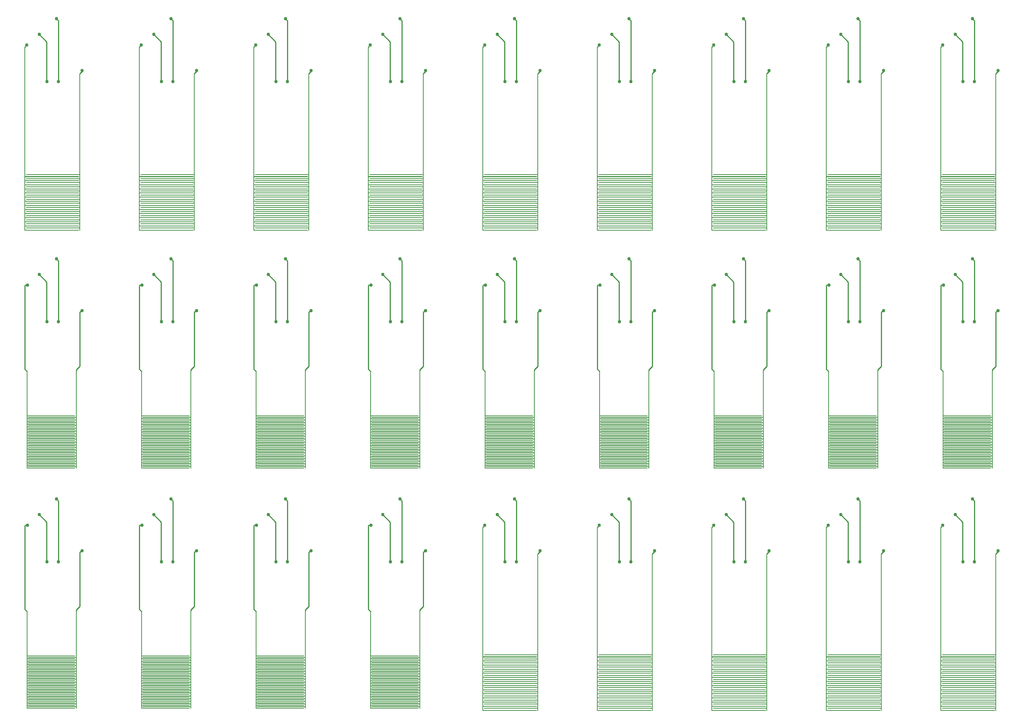
<source format=gtl>
G04 #@! TF.FileFunction,Copper,L1,Top,Signal*
%FSLAX46Y46*%
G04 Gerber Fmt 4.6, Leading zero omitted, Abs format (unit mm)*
G04 Created by KiCad (PCBNEW 4.0.3-stable) date 08/25/16 15:17:33*
%MOMM*%
%LPD*%
G01*
G04 APERTURE LIST*
%ADD10C,0.100000*%
%ADD11C,0.762000*%
%ADD12C,0.152400*%
%ADD13C,0.250000*%
G04 APERTURE END LIST*
D10*
D11*
X236372400Y-77055980D03*
X236804200Y-91025980D03*
X236804200Y-37693600D03*
X236372400Y-23723600D03*
X236372400Y-130403600D03*
X236804200Y-144373600D03*
X185572400Y-130403600D03*
X186004200Y-144373600D03*
X211404200Y-144373600D03*
X210972400Y-130403600D03*
X160172400Y-130403600D03*
X160604200Y-144373600D03*
X135204200Y-144373600D03*
X134772400Y-130403600D03*
X33604200Y-144365980D03*
X33172400Y-130395980D03*
X58572400Y-130395980D03*
X59004200Y-144365980D03*
X109804200Y-144365980D03*
X109372400Y-130395980D03*
X83972400Y-130395980D03*
X84404200Y-144365980D03*
X134772400Y-23723600D03*
X135204200Y-37693600D03*
X135204200Y-91025980D03*
X134772400Y-77055980D03*
X160172400Y-77055980D03*
X160604200Y-91025980D03*
X160604200Y-37693600D03*
X160172400Y-23723600D03*
X210972400Y-23723600D03*
X211404200Y-37693600D03*
X211404200Y-91025980D03*
X210972400Y-77055980D03*
X185572400Y-77055980D03*
X186004200Y-91025980D03*
X186004200Y-37693600D03*
X185572400Y-23723600D03*
X83972400Y-23723600D03*
X84404200Y-37693600D03*
X84404200Y-91025980D03*
X83972400Y-77055980D03*
X109372400Y-77055980D03*
X109804200Y-91025980D03*
X109804200Y-37693600D03*
X109372400Y-23723600D03*
X58572400Y-23723600D03*
X59004200Y-37693600D03*
X59004200Y-91025980D03*
X58572400Y-77055980D03*
X33172400Y-77055980D03*
X33604200Y-91025980D03*
X33604200Y-37693600D03*
X33172400Y-23723600D03*
X234238800Y-91025980D03*
X232537000Y-80484980D03*
X234238800Y-37693600D03*
X232537000Y-27152600D03*
X232537000Y-133832600D03*
X234238800Y-144373600D03*
X181737000Y-133832600D03*
X183438800Y-144373600D03*
X208838800Y-144373600D03*
X207137000Y-133832600D03*
X156337000Y-133832600D03*
X158038800Y-144373600D03*
X132638800Y-144373600D03*
X130937000Y-133832600D03*
X29337000Y-133824980D03*
X31038800Y-144365980D03*
X56438800Y-144365980D03*
X54737000Y-133824980D03*
X105537000Y-133824980D03*
X107238800Y-144365980D03*
X81838800Y-144365980D03*
X80137000Y-133824980D03*
X130937000Y-27152600D03*
X132638800Y-37693600D03*
X130937000Y-80484980D03*
X132638800Y-91025980D03*
X158038800Y-91025980D03*
X156337000Y-80484980D03*
X158038800Y-37693600D03*
X156337000Y-27152600D03*
X207137000Y-27152600D03*
X208838800Y-37693600D03*
X207137000Y-80484980D03*
X208838800Y-91025980D03*
X183438800Y-91025980D03*
X181737000Y-80484980D03*
X183438800Y-37693600D03*
X181737000Y-27152600D03*
X80137000Y-27152600D03*
X81838800Y-37693600D03*
X80137000Y-80484980D03*
X81838800Y-91025980D03*
X107238800Y-91025980D03*
X105537000Y-80484980D03*
X107238800Y-37693600D03*
X105537000Y-27152600D03*
X54737000Y-27152600D03*
X56438800Y-37693600D03*
X54737000Y-80484980D03*
X56438800Y-91025980D03*
X31038800Y-91025980D03*
X29337000Y-80484980D03*
X31038800Y-37693600D03*
X29337000Y-27152600D03*
X242034060Y-88574880D03*
X242034060Y-35242500D03*
X242034060Y-141922500D03*
X191234060Y-141922500D03*
X216634060Y-141922500D03*
X165834060Y-141922500D03*
X140434060Y-141922500D03*
X38834060Y-141914880D03*
X64234060Y-141914880D03*
X115034060Y-141914880D03*
X89634060Y-141914880D03*
X140434060Y-35242500D03*
X140434060Y-88574880D03*
X165834060Y-88574880D03*
X165834060Y-35242500D03*
X216634060Y-35242500D03*
X216634060Y-88574880D03*
X191234060Y-88574880D03*
X191234060Y-35242500D03*
X89634060Y-35242500D03*
X89634060Y-88574880D03*
X115034060Y-88574880D03*
X115034060Y-35242500D03*
X64234060Y-35242500D03*
X64234060Y-88574880D03*
X38834060Y-88574880D03*
X38834060Y-35242500D03*
X229768400Y-29565600D03*
X229920800Y-82897980D03*
X229768400Y-136245600D03*
X178968400Y-136245600D03*
X204368400Y-136245600D03*
X153568400Y-136245600D03*
X128168400Y-136245600D03*
X26720800Y-136237980D03*
X52120800Y-136237980D03*
X102920800Y-136237980D03*
X77520800Y-136237980D03*
X128320800Y-82897980D03*
X128168400Y-29565600D03*
X153568400Y-29565600D03*
X153720800Y-82897980D03*
X204520800Y-82897980D03*
X204368400Y-29565600D03*
X178968400Y-29565600D03*
X179120800Y-82897980D03*
X77520800Y-82897980D03*
X77368400Y-29565600D03*
X102768400Y-29565600D03*
X102920800Y-82897980D03*
X52120800Y-82897980D03*
X51968400Y-29565600D03*
X26568400Y-29565600D03*
X26720800Y-82897980D03*
D12*
X229390000Y-58458600D02*
X229390000Y-70650600D01*
X229390000Y-70650600D02*
X241277200Y-70650600D01*
X229390000Y-65164200D02*
X241277200Y-65164200D01*
X241582000Y-70650600D02*
X241582000Y-69874600D01*
X241582000Y-69874600D02*
X241582000Y-58458600D01*
X241582000Y-69279000D02*
X229694800Y-69279000D01*
X241582000Y-58331600D02*
X229694800Y-58331600D01*
X241582000Y-70193400D02*
X229694800Y-70193400D01*
X229390000Y-69736200D02*
X241277200Y-69736200D01*
X229390000Y-68821800D02*
X241277200Y-68821800D01*
X241582000Y-68364600D02*
X229694800Y-68364600D01*
X229390000Y-67907400D02*
X241277200Y-67907400D01*
X241582000Y-67450200D02*
X229694800Y-67450200D01*
X229390000Y-66993000D02*
X241277200Y-66993000D01*
X241582000Y-66535800D02*
X229694800Y-66535800D01*
X229390000Y-66078600D02*
X241277200Y-66078600D01*
X241582000Y-65621400D02*
X229694800Y-65621400D01*
X241582000Y-64707000D02*
X229694800Y-64707000D01*
X229390000Y-64249800D02*
X241277200Y-64249800D01*
X241582000Y-63792600D02*
X229694800Y-63792600D01*
X229390000Y-63335400D02*
X241277200Y-63335400D01*
X241582000Y-62878200D02*
X229694800Y-62878200D01*
X229390000Y-62421000D02*
X241277200Y-62421000D01*
X241582000Y-61963800D02*
X229694800Y-61963800D01*
X229390000Y-61506600D02*
X241277200Y-61506600D01*
X241582000Y-61049400D02*
X229694800Y-61049400D01*
X229390000Y-60592200D02*
X241277200Y-60592200D01*
X241582000Y-60135000D02*
X229694800Y-60135000D01*
X229390000Y-59677800D02*
X241277200Y-59677800D01*
X241582000Y-59220600D02*
X229694800Y-59220600D01*
X229390000Y-34735000D02*
X229390000Y-46927000D01*
X241582000Y-58788800D02*
X241582000Y-46596800D01*
X229390000Y-58788800D02*
X241277200Y-58788800D01*
X229390000Y-46596800D02*
X229390000Y-58788800D01*
X229390000Y-58763400D02*
X241277200Y-58763400D01*
X240461800Y-111930180D02*
X229844600Y-111930180D01*
X240461800Y-112539780D02*
X229844600Y-112539780D01*
X240766600Y-112234980D02*
X230149400Y-112234980D01*
X240461800Y-113149380D02*
X229844600Y-113149380D01*
X240766600Y-112844580D02*
X230149400Y-112844580D01*
X240461800Y-113758980D02*
X229844600Y-113758980D01*
X240766600Y-113454180D02*
X230149400Y-113454180D01*
X240461800Y-114368580D02*
X229844600Y-114368580D01*
X240766600Y-114063780D02*
X230149400Y-114063780D01*
X240461800Y-114978180D02*
X229844600Y-114978180D01*
X240766600Y-114673380D02*
X230149400Y-114673380D01*
X240461800Y-115587780D02*
X229844600Y-115587780D01*
X240766600Y-115282980D02*
X230149400Y-115282980D01*
X240461800Y-116197380D02*
X229844600Y-116197380D01*
X240766600Y-115892580D02*
X230149400Y-115892580D01*
X240461800Y-116806980D02*
X229844600Y-116806980D01*
X240766600Y-116502180D02*
X230149400Y-116502180D01*
X240461800Y-117416580D02*
X229844600Y-117416580D01*
X240766600Y-117111780D02*
X230149400Y-117111780D01*
X240461800Y-118026180D02*
X229844600Y-118026180D01*
X240766600Y-117721380D02*
X230149400Y-117721380D01*
X240461800Y-118635780D02*
X229844600Y-118635780D01*
X240766600Y-118330980D02*
X230149400Y-118330980D01*
X240461800Y-119245380D02*
X229844600Y-119245380D01*
X240766600Y-118940580D02*
X230149400Y-118940580D01*
X240461800Y-119854980D02*
X229844600Y-119854980D01*
X240766600Y-119550180D02*
X230149400Y-119550180D01*
X240461800Y-120464580D02*
X229844600Y-120464580D01*
X240766600Y-120159780D02*
X230149400Y-120159780D01*
X240461800Y-121074180D02*
X229844600Y-121074180D01*
X240766600Y-120769380D02*
X230149400Y-120769380D01*
X240461800Y-121683780D02*
X229844600Y-121683780D01*
X240766600Y-121378980D02*
X230149400Y-121378980D01*
X240461800Y-122293380D02*
X229844600Y-122293380D01*
X240766600Y-121988580D02*
X230149400Y-121988580D01*
X240461800Y-122902980D02*
X229844600Y-122902980D01*
X240766600Y-122598180D02*
X230149400Y-122598180D01*
X240766600Y-123207780D02*
X230149400Y-123207780D01*
X229390000Y-165443400D02*
X241277200Y-165443400D01*
X229390000Y-153276800D02*
X229390000Y-165468800D01*
X229390000Y-165468800D02*
X241277200Y-165468800D01*
X241582000Y-165468800D02*
X241582000Y-164692800D01*
X241582000Y-164692800D02*
X241582000Y-153276800D01*
X229390000Y-141415000D02*
X229390000Y-153607000D01*
X241582000Y-165900600D02*
X229694800Y-165900600D01*
X229390000Y-166357800D02*
X241277200Y-166357800D01*
X241582000Y-166815000D02*
X229694800Y-166815000D01*
X229390000Y-167272200D02*
X241277200Y-167272200D01*
X241582000Y-167729400D02*
X229694800Y-167729400D01*
X229390000Y-168186600D02*
X241277200Y-168186600D01*
X241582000Y-168643800D02*
X229694800Y-168643800D01*
X229390000Y-169101000D02*
X241277200Y-169101000D01*
X241582000Y-169558200D02*
X229694800Y-169558200D01*
X229390000Y-170015400D02*
X241277200Y-170015400D01*
X241582000Y-170472600D02*
X229694800Y-170472600D01*
X229390000Y-170929800D02*
X241277200Y-170929800D01*
X241582000Y-171387000D02*
X229694800Y-171387000D01*
X241582000Y-172301400D02*
X229694800Y-172301400D01*
X229390000Y-172758600D02*
X241277200Y-172758600D01*
X241582000Y-173215800D02*
X229694800Y-173215800D01*
X229390000Y-173673000D02*
X241277200Y-173673000D01*
X241582000Y-174130200D02*
X229694800Y-174130200D01*
X229390000Y-174587400D02*
X241277200Y-174587400D01*
X241582000Y-175044600D02*
X229694800Y-175044600D01*
X229390000Y-175501800D02*
X241277200Y-175501800D01*
X229390000Y-176416200D02*
X241277200Y-176416200D01*
X241582000Y-176873400D02*
X229694800Y-176873400D01*
X241582000Y-165011600D02*
X229694800Y-165011600D01*
X241582000Y-175959000D02*
X229694800Y-175959000D01*
X241582000Y-177330600D02*
X241582000Y-165138600D01*
X229390000Y-171844200D02*
X241277200Y-171844200D01*
X229390000Y-177330600D02*
X241277200Y-177330600D01*
X229390000Y-165138600D02*
X229390000Y-177330600D01*
X178590000Y-165443400D02*
X190477200Y-165443400D01*
X178590000Y-153276800D02*
X178590000Y-165468800D01*
X178590000Y-165468800D02*
X190477200Y-165468800D01*
X190782000Y-165468800D02*
X190782000Y-164692800D01*
X190782000Y-164692800D02*
X190782000Y-153276800D01*
X178590000Y-141415000D02*
X178590000Y-153607000D01*
X190782000Y-165900600D02*
X178894800Y-165900600D01*
X178590000Y-166357800D02*
X190477200Y-166357800D01*
X190782000Y-166815000D02*
X178894800Y-166815000D01*
X178590000Y-167272200D02*
X190477200Y-167272200D01*
X190782000Y-167729400D02*
X178894800Y-167729400D01*
X178590000Y-168186600D02*
X190477200Y-168186600D01*
X190782000Y-168643800D02*
X178894800Y-168643800D01*
X178590000Y-169101000D02*
X190477200Y-169101000D01*
X190782000Y-169558200D02*
X178894800Y-169558200D01*
X178590000Y-170015400D02*
X190477200Y-170015400D01*
X190782000Y-170472600D02*
X178894800Y-170472600D01*
X178590000Y-170929800D02*
X190477200Y-170929800D01*
X190782000Y-171387000D02*
X178894800Y-171387000D01*
X190782000Y-172301400D02*
X178894800Y-172301400D01*
X178590000Y-172758600D02*
X190477200Y-172758600D01*
X190782000Y-173215800D02*
X178894800Y-173215800D01*
X178590000Y-173673000D02*
X190477200Y-173673000D01*
X190782000Y-174130200D02*
X178894800Y-174130200D01*
X178590000Y-174587400D02*
X190477200Y-174587400D01*
X190782000Y-175044600D02*
X178894800Y-175044600D01*
X178590000Y-175501800D02*
X190477200Y-175501800D01*
X178590000Y-176416200D02*
X190477200Y-176416200D01*
X190782000Y-176873400D02*
X178894800Y-176873400D01*
X190782000Y-165011600D02*
X178894800Y-165011600D01*
X190782000Y-175959000D02*
X178894800Y-175959000D01*
X190782000Y-177330600D02*
X190782000Y-165138600D01*
X178590000Y-171844200D02*
X190477200Y-171844200D01*
X178590000Y-177330600D02*
X190477200Y-177330600D01*
X178590000Y-165138600D02*
X178590000Y-177330600D01*
X203990000Y-165138600D02*
X203990000Y-177330600D01*
X203990000Y-177330600D02*
X215877200Y-177330600D01*
X203990000Y-171844200D02*
X215877200Y-171844200D01*
X216182000Y-177330600D02*
X216182000Y-176554600D01*
X216182000Y-176554600D02*
X216182000Y-165138600D01*
X216182000Y-175959000D02*
X204294800Y-175959000D01*
X216182000Y-165011600D02*
X204294800Y-165011600D01*
X216182000Y-176873400D02*
X204294800Y-176873400D01*
X203990000Y-176416200D02*
X215877200Y-176416200D01*
X203990000Y-175501800D02*
X215877200Y-175501800D01*
X216182000Y-175044600D02*
X204294800Y-175044600D01*
X203990000Y-174587400D02*
X215877200Y-174587400D01*
X216182000Y-174130200D02*
X204294800Y-174130200D01*
X203990000Y-173673000D02*
X215877200Y-173673000D01*
X216182000Y-173215800D02*
X204294800Y-173215800D01*
X203990000Y-172758600D02*
X215877200Y-172758600D01*
X216182000Y-172301400D02*
X204294800Y-172301400D01*
X216182000Y-171387000D02*
X204294800Y-171387000D01*
X203990000Y-170929800D02*
X215877200Y-170929800D01*
X216182000Y-170472600D02*
X204294800Y-170472600D01*
X203990000Y-170015400D02*
X215877200Y-170015400D01*
X216182000Y-169558200D02*
X204294800Y-169558200D01*
X203990000Y-169101000D02*
X215877200Y-169101000D01*
X216182000Y-168643800D02*
X204294800Y-168643800D01*
X203990000Y-168186600D02*
X215877200Y-168186600D01*
X216182000Y-167729400D02*
X204294800Y-167729400D01*
X203990000Y-167272200D02*
X215877200Y-167272200D01*
X216182000Y-166815000D02*
X204294800Y-166815000D01*
X203990000Y-166357800D02*
X215877200Y-166357800D01*
X216182000Y-165900600D02*
X204294800Y-165900600D01*
X203990000Y-141415000D02*
X203990000Y-153607000D01*
X216182000Y-165468800D02*
X216182000Y-153276800D01*
X203990000Y-165468800D02*
X215877200Y-165468800D01*
X203990000Y-153276800D02*
X203990000Y-165468800D01*
X203990000Y-165443400D02*
X215877200Y-165443400D01*
X153190000Y-165443400D02*
X165077200Y-165443400D01*
X153190000Y-153276800D02*
X153190000Y-165468800D01*
X153190000Y-165468800D02*
X165077200Y-165468800D01*
X165382000Y-165468800D02*
X165382000Y-164692800D01*
X165382000Y-164692800D02*
X165382000Y-153276800D01*
X153190000Y-141415000D02*
X153190000Y-153607000D01*
X165382000Y-165900600D02*
X153494800Y-165900600D01*
X153190000Y-166357800D02*
X165077200Y-166357800D01*
X165382000Y-166815000D02*
X153494800Y-166815000D01*
X153190000Y-167272200D02*
X165077200Y-167272200D01*
X165382000Y-167729400D02*
X153494800Y-167729400D01*
X153190000Y-168186600D02*
X165077200Y-168186600D01*
X165382000Y-168643800D02*
X153494800Y-168643800D01*
X153190000Y-169101000D02*
X165077200Y-169101000D01*
X165382000Y-169558200D02*
X153494800Y-169558200D01*
X153190000Y-170015400D02*
X165077200Y-170015400D01*
X165382000Y-170472600D02*
X153494800Y-170472600D01*
X153190000Y-170929800D02*
X165077200Y-170929800D01*
X165382000Y-171387000D02*
X153494800Y-171387000D01*
X165382000Y-172301400D02*
X153494800Y-172301400D01*
X153190000Y-172758600D02*
X165077200Y-172758600D01*
X165382000Y-173215800D02*
X153494800Y-173215800D01*
X153190000Y-173673000D02*
X165077200Y-173673000D01*
X165382000Y-174130200D02*
X153494800Y-174130200D01*
X153190000Y-174587400D02*
X165077200Y-174587400D01*
X165382000Y-175044600D02*
X153494800Y-175044600D01*
X153190000Y-175501800D02*
X165077200Y-175501800D01*
X153190000Y-176416200D02*
X165077200Y-176416200D01*
X165382000Y-176873400D02*
X153494800Y-176873400D01*
X165382000Y-165011600D02*
X153494800Y-165011600D01*
X165382000Y-175959000D02*
X153494800Y-175959000D01*
X165382000Y-177330600D02*
X165382000Y-165138600D01*
X153190000Y-171844200D02*
X165077200Y-171844200D01*
X153190000Y-177330600D02*
X165077200Y-177330600D01*
X153190000Y-165138600D02*
X153190000Y-177330600D01*
X127790000Y-165138600D02*
X127790000Y-177330600D01*
X127790000Y-177330600D02*
X139677200Y-177330600D01*
X127790000Y-171844200D02*
X139677200Y-171844200D01*
X139982000Y-177330600D02*
X139982000Y-176554600D01*
X139982000Y-176554600D02*
X139982000Y-165138600D01*
X139982000Y-175959000D02*
X128094800Y-175959000D01*
X139982000Y-165011600D02*
X128094800Y-165011600D01*
X139982000Y-176873400D02*
X128094800Y-176873400D01*
X127790000Y-176416200D02*
X139677200Y-176416200D01*
X127790000Y-175501800D02*
X139677200Y-175501800D01*
X139982000Y-175044600D02*
X128094800Y-175044600D01*
X127790000Y-174587400D02*
X139677200Y-174587400D01*
X139982000Y-174130200D02*
X128094800Y-174130200D01*
X127790000Y-173673000D02*
X139677200Y-173673000D01*
X139982000Y-173215800D02*
X128094800Y-173215800D01*
X127790000Y-172758600D02*
X139677200Y-172758600D01*
X139982000Y-172301400D02*
X128094800Y-172301400D01*
X139982000Y-171387000D02*
X128094800Y-171387000D01*
X127790000Y-170929800D02*
X139677200Y-170929800D01*
X139982000Y-170472600D02*
X128094800Y-170472600D01*
X127790000Y-170015400D02*
X139677200Y-170015400D01*
X139982000Y-169558200D02*
X128094800Y-169558200D01*
X127790000Y-169101000D02*
X139677200Y-169101000D01*
X139982000Y-168643800D02*
X128094800Y-168643800D01*
X127790000Y-168186600D02*
X139677200Y-168186600D01*
X139982000Y-167729400D02*
X128094800Y-167729400D01*
X127790000Y-167272200D02*
X139677200Y-167272200D01*
X139982000Y-166815000D02*
X128094800Y-166815000D01*
X127790000Y-166357800D02*
X139677200Y-166357800D01*
X139982000Y-165900600D02*
X128094800Y-165900600D01*
X127790000Y-141415000D02*
X127790000Y-153607000D01*
X139982000Y-165468800D02*
X139982000Y-153276800D01*
X127790000Y-165468800D02*
X139677200Y-165468800D01*
X127790000Y-153276800D02*
X127790000Y-165468800D01*
X127790000Y-165443400D02*
X139677200Y-165443400D01*
X37566600Y-176547780D02*
X26949400Y-176547780D01*
X37566600Y-175938180D02*
X26949400Y-175938180D01*
X37261800Y-176242980D02*
X26644600Y-176242980D01*
X37566600Y-175328580D02*
X26949400Y-175328580D01*
X37261800Y-175633380D02*
X26644600Y-175633380D01*
X37566600Y-174718980D02*
X26949400Y-174718980D01*
X37261800Y-175023780D02*
X26644600Y-175023780D01*
X37566600Y-174109380D02*
X26949400Y-174109380D01*
X37261800Y-174414180D02*
X26644600Y-174414180D01*
X37566600Y-173499780D02*
X26949400Y-173499780D01*
X37261800Y-173804580D02*
X26644600Y-173804580D01*
X37566600Y-172890180D02*
X26949400Y-172890180D01*
X37261800Y-173194980D02*
X26644600Y-173194980D01*
X37566600Y-172280580D02*
X26949400Y-172280580D01*
X37261800Y-172585380D02*
X26644600Y-172585380D01*
X37566600Y-171670980D02*
X26949400Y-171670980D01*
X37261800Y-171975780D02*
X26644600Y-171975780D01*
X37566600Y-171061380D02*
X26949400Y-171061380D01*
X37261800Y-171366180D02*
X26644600Y-171366180D01*
X37566600Y-170451780D02*
X26949400Y-170451780D01*
X37261800Y-170756580D02*
X26644600Y-170756580D01*
X37566600Y-169842180D02*
X26949400Y-169842180D01*
X37261800Y-170146980D02*
X26644600Y-170146980D01*
X37566600Y-169232580D02*
X26949400Y-169232580D01*
X37261800Y-169537380D02*
X26644600Y-169537380D01*
X37566600Y-168622980D02*
X26949400Y-168622980D01*
X37261800Y-168927780D02*
X26644600Y-168927780D01*
X37566600Y-168013380D02*
X26949400Y-168013380D01*
X37261800Y-168318180D02*
X26644600Y-168318180D01*
X37566600Y-167403780D02*
X26949400Y-167403780D01*
X37261800Y-167708580D02*
X26644600Y-167708580D01*
X37566600Y-166794180D02*
X26949400Y-166794180D01*
X37261800Y-167098980D02*
X26644600Y-167098980D01*
X37566600Y-166184580D02*
X26949400Y-166184580D01*
X37261800Y-166489380D02*
X26644600Y-166489380D01*
X37566600Y-165574980D02*
X26949400Y-165574980D01*
X37261800Y-165879780D02*
X26644600Y-165879780D01*
X37261800Y-165270180D02*
X26644600Y-165270180D01*
X62661800Y-165270180D02*
X52044600Y-165270180D01*
X62661800Y-165879780D02*
X52044600Y-165879780D01*
X62966600Y-165574980D02*
X52349400Y-165574980D01*
X62661800Y-166489380D02*
X52044600Y-166489380D01*
X62966600Y-166184580D02*
X52349400Y-166184580D01*
X62661800Y-167098980D02*
X52044600Y-167098980D01*
X62966600Y-166794180D02*
X52349400Y-166794180D01*
X62661800Y-167708580D02*
X52044600Y-167708580D01*
X62966600Y-167403780D02*
X52349400Y-167403780D01*
X62661800Y-168318180D02*
X52044600Y-168318180D01*
X62966600Y-168013380D02*
X52349400Y-168013380D01*
X62661800Y-168927780D02*
X52044600Y-168927780D01*
X62966600Y-168622980D02*
X52349400Y-168622980D01*
X62661800Y-169537380D02*
X52044600Y-169537380D01*
X62966600Y-169232580D02*
X52349400Y-169232580D01*
X62661800Y-170146980D02*
X52044600Y-170146980D01*
X62966600Y-169842180D02*
X52349400Y-169842180D01*
X62661800Y-170756580D02*
X52044600Y-170756580D01*
X62966600Y-170451780D02*
X52349400Y-170451780D01*
X62661800Y-171366180D02*
X52044600Y-171366180D01*
X62966600Y-171061380D02*
X52349400Y-171061380D01*
X62661800Y-171975780D02*
X52044600Y-171975780D01*
X62966600Y-171670980D02*
X52349400Y-171670980D01*
X62661800Y-172585380D02*
X52044600Y-172585380D01*
X62966600Y-172280580D02*
X52349400Y-172280580D01*
X62661800Y-173194980D02*
X52044600Y-173194980D01*
X62966600Y-172890180D02*
X52349400Y-172890180D01*
X62661800Y-173804580D02*
X52044600Y-173804580D01*
X62966600Y-173499780D02*
X52349400Y-173499780D01*
X62661800Y-174414180D02*
X52044600Y-174414180D01*
X62966600Y-174109380D02*
X52349400Y-174109380D01*
X62661800Y-175023780D02*
X52044600Y-175023780D01*
X62966600Y-174718980D02*
X52349400Y-174718980D01*
X62661800Y-175633380D02*
X52044600Y-175633380D01*
X62966600Y-175328580D02*
X52349400Y-175328580D01*
X62661800Y-176242980D02*
X52044600Y-176242980D01*
X62966600Y-175938180D02*
X52349400Y-175938180D01*
X62966600Y-176547780D02*
X52349400Y-176547780D01*
X113766600Y-176547780D02*
X103149400Y-176547780D01*
X113766600Y-175938180D02*
X103149400Y-175938180D01*
X113461800Y-176242980D02*
X102844600Y-176242980D01*
X113766600Y-175328580D02*
X103149400Y-175328580D01*
X113461800Y-175633380D02*
X102844600Y-175633380D01*
X113766600Y-174718980D02*
X103149400Y-174718980D01*
X113461800Y-175023780D02*
X102844600Y-175023780D01*
X113766600Y-174109380D02*
X103149400Y-174109380D01*
X113461800Y-174414180D02*
X102844600Y-174414180D01*
X113766600Y-173499780D02*
X103149400Y-173499780D01*
X113461800Y-173804580D02*
X102844600Y-173804580D01*
X113766600Y-172890180D02*
X103149400Y-172890180D01*
X113461800Y-173194980D02*
X102844600Y-173194980D01*
X113766600Y-172280580D02*
X103149400Y-172280580D01*
X113461800Y-172585380D02*
X102844600Y-172585380D01*
X113766600Y-171670980D02*
X103149400Y-171670980D01*
X113461800Y-171975780D02*
X102844600Y-171975780D01*
X113766600Y-171061380D02*
X103149400Y-171061380D01*
X113461800Y-171366180D02*
X102844600Y-171366180D01*
X113766600Y-170451780D02*
X103149400Y-170451780D01*
X113461800Y-170756580D02*
X102844600Y-170756580D01*
X113766600Y-169842180D02*
X103149400Y-169842180D01*
X113461800Y-170146980D02*
X102844600Y-170146980D01*
X113766600Y-169232580D02*
X103149400Y-169232580D01*
X113461800Y-169537380D02*
X102844600Y-169537380D01*
X113766600Y-168622980D02*
X103149400Y-168622980D01*
X113461800Y-168927780D02*
X102844600Y-168927780D01*
X113766600Y-168013380D02*
X103149400Y-168013380D01*
X113461800Y-168318180D02*
X102844600Y-168318180D01*
X113766600Y-167403780D02*
X103149400Y-167403780D01*
X113461800Y-167708580D02*
X102844600Y-167708580D01*
X113766600Y-166794180D02*
X103149400Y-166794180D01*
X113461800Y-167098980D02*
X102844600Y-167098980D01*
X113766600Y-166184580D02*
X103149400Y-166184580D01*
X113461800Y-166489380D02*
X102844600Y-166489380D01*
X113766600Y-165574980D02*
X103149400Y-165574980D01*
X113461800Y-165879780D02*
X102844600Y-165879780D01*
X113461800Y-165270180D02*
X102844600Y-165270180D01*
X88061800Y-165270180D02*
X77444600Y-165270180D01*
X88061800Y-165879780D02*
X77444600Y-165879780D01*
X88366600Y-165574980D02*
X77749400Y-165574980D01*
X88061800Y-166489380D02*
X77444600Y-166489380D01*
X88366600Y-166184580D02*
X77749400Y-166184580D01*
X88061800Y-167098980D02*
X77444600Y-167098980D01*
X88366600Y-166794180D02*
X77749400Y-166794180D01*
X88061800Y-167708580D02*
X77444600Y-167708580D01*
X88366600Y-167403780D02*
X77749400Y-167403780D01*
X88061800Y-168318180D02*
X77444600Y-168318180D01*
X88366600Y-168013380D02*
X77749400Y-168013380D01*
X88061800Y-168927780D02*
X77444600Y-168927780D01*
X88366600Y-168622980D02*
X77749400Y-168622980D01*
X88061800Y-169537380D02*
X77444600Y-169537380D01*
X88366600Y-169232580D02*
X77749400Y-169232580D01*
X88061800Y-170146980D02*
X77444600Y-170146980D01*
X88366600Y-169842180D02*
X77749400Y-169842180D01*
X88061800Y-170756580D02*
X77444600Y-170756580D01*
X88366600Y-170451780D02*
X77749400Y-170451780D01*
X88061800Y-171366180D02*
X77444600Y-171366180D01*
X88366600Y-171061380D02*
X77749400Y-171061380D01*
X88061800Y-171975780D02*
X77444600Y-171975780D01*
X88366600Y-171670980D02*
X77749400Y-171670980D01*
X88061800Y-172585380D02*
X77444600Y-172585380D01*
X88366600Y-172280580D02*
X77749400Y-172280580D01*
X88061800Y-173194980D02*
X77444600Y-173194980D01*
X88366600Y-172890180D02*
X77749400Y-172890180D01*
X88061800Y-173804580D02*
X77444600Y-173804580D01*
X88366600Y-173499780D02*
X77749400Y-173499780D01*
X88061800Y-174414180D02*
X77444600Y-174414180D01*
X88366600Y-174109380D02*
X77749400Y-174109380D01*
X88061800Y-175023780D02*
X77444600Y-175023780D01*
X88366600Y-174718980D02*
X77749400Y-174718980D01*
X88061800Y-175633380D02*
X77444600Y-175633380D01*
X88366600Y-175328580D02*
X77749400Y-175328580D01*
X88061800Y-176242980D02*
X77444600Y-176242980D01*
X88366600Y-175938180D02*
X77749400Y-175938180D01*
X88366600Y-176547780D02*
X77749400Y-176547780D01*
X139166600Y-123207780D02*
X128549400Y-123207780D01*
X139166600Y-122598180D02*
X128549400Y-122598180D01*
X138861800Y-122902980D02*
X128244600Y-122902980D01*
X139166600Y-121988580D02*
X128549400Y-121988580D01*
X138861800Y-122293380D02*
X128244600Y-122293380D01*
X139166600Y-121378980D02*
X128549400Y-121378980D01*
X138861800Y-121683780D02*
X128244600Y-121683780D01*
X139166600Y-120769380D02*
X128549400Y-120769380D01*
X138861800Y-121074180D02*
X128244600Y-121074180D01*
X139166600Y-120159780D02*
X128549400Y-120159780D01*
X138861800Y-120464580D02*
X128244600Y-120464580D01*
X139166600Y-119550180D02*
X128549400Y-119550180D01*
X138861800Y-119854980D02*
X128244600Y-119854980D01*
X139166600Y-118940580D02*
X128549400Y-118940580D01*
X138861800Y-119245380D02*
X128244600Y-119245380D01*
X139166600Y-118330980D02*
X128549400Y-118330980D01*
X138861800Y-118635780D02*
X128244600Y-118635780D01*
X139166600Y-117721380D02*
X128549400Y-117721380D01*
X138861800Y-118026180D02*
X128244600Y-118026180D01*
X139166600Y-117111780D02*
X128549400Y-117111780D01*
X138861800Y-117416580D02*
X128244600Y-117416580D01*
X139166600Y-116502180D02*
X128549400Y-116502180D01*
X138861800Y-116806980D02*
X128244600Y-116806980D01*
X139166600Y-115892580D02*
X128549400Y-115892580D01*
X138861800Y-116197380D02*
X128244600Y-116197380D01*
X139166600Y-115282980D02*
X128549400Y-115282980D01*
X138861800Y-115587780D02*
X128244600Y-115587780D01*
X139166600Y-114673380D02*
X128549400Y-114673380D01*
X138861800Y-114978180D02*
X128244600Y-114978180D01*
X139166600Y-114063780D02*
X128549400Y-114063780D01*
X138861800Y-114368580D02*
X128244600Y-114368580D01*
X139166600Y-113454180D02*
X128549400Y-113454180D01*
X138861800Y-113758980D02*
X128244600Y-113758980D01*
X139166600Y-112844580D02*
X128549400Y-112844580D01*
X138861800Y-113149380D02*
X128244600Y-113149380D01*
X139166600Y-112234980D02*
X128549400Y-112234980D01*
X138861800Y-112539780D02*
X128244600Y-112539780D01*
X138861800Y-111930180D02*
X128244600Y-111930180D01*
X127790000Y-58763400D02*
X139677200Y-58763400D01*
X127790000Y-46596800D02*
X127790000Y-58788800D01*
X127790000Y-58788800D02*
X139677200Y-58788800D01*
X139982000Y-58788800D02*
X139982000Y-58012800D01*
X139982000Y-58012800D02*
X139982000Y-46596800D01*
X127790000Y-34735000D02*
X127790000Y-46927000D01*
X139982000Y-59220600D02*
X128094800Y-59220600D01*
X127790000Y-59677800D02*
X139677200Y-59677800D01*
X139982000Y-60135000D02*
X128094800Y-60135000D01*
X127790000Y-60592200D02*
X139677200Y-60592200D01*
X139982000Y-61049400D02*
X128094800Y-61049400D01*
X127790000Y-61506600D02*
X139677200Y-61506600D01*
X139982000Y-61963800D02*
X128094800Y-61963800D01*
X127790000Y-62421000D02*
X139677200Y-62421000D01*
X139982000Y-62878200D02*
X128094800Y-62878200D01*
X127790000Y-63335400D02*
X139677200Y-63335400D01*
X139982000Y-63792600D02*
X128094800Y-63792600D01*
X127790000Y-64249800D02*
X139677200Y-64249800D01*
X139982000Y-64707000D02*
X128094800Y-64707000D01*
X139982000Y-65621400D02*
X128094800Y-65621400D01*
X127790000Y-66078600D02*
X139677200Y-66078600D01*
X139982000Y-66535800D02*
X128094800Y-66535800D01*
X127790000Y-66993000D02*
X139677200Y-66993000D01*
X139982000Y-67450200D02*
X128094800Y-67450200D01*
X127790000Y-67907400D02*
X139677200Y-67907400D01*
X139982000Y-68364600D02*
X128094800Y-68364600D01*
X127790000Y-68821800D02*
X139677200Y-68821800D01*
X127790000Y-69736200D02*
X139677200Y-69736200D01*
X139982000Y-70193400D02*
X128094800Y-70193400D01*
X139982000Y-58331600D02*
X128094800Y-58331600D01*
X139982000Y-69279000D02*
X128094800Y-69279000D01*
X139982000Y-70650600D02*
X139982000Y-58458600D01*
X127790000Y-65164200D02*
X139677200Y-65164200D01*
X127790000Y-70650600D02*
X139677200Y-70650600D01*
X127790000Y-58458600D02*
X127790000Y-70650600D01*
X153190000Y-58458600D02*
X153190000Y-70650600D01*
X153190000Y-70650600D02*
X165077200Y-70650600D01*
X153190000Y-65164200D02*
X165077200Y-65164200D01*
X165382000Y-70650600D02*
X165382000Y-69874600D01*
X165382000Y-69874600D02*
X165382000Y-58458600D01*
X165382000Y-69279000D02*
X153494800Y-69279000D01*
X165382000Y-58331600D02*
X153494800Y-58331600D01*
X165382000Y-70193400D02*
X153494800Y-70193400D01*
X153190000Y-69736200D02*
X165077200Y-69736200D01*
X153190000Y-68821800D02*
X165077200Y-68821800D01*
X165382000Y-68364600D02*
X153494800Y-68364600D01*
X153190000Y-67907400D02*
X165077200Y-67907400D01*
X165382000Y-67450200D02*
X153494800Y-67450200D01*
X153190000Y-66993000D02*
X165077200Y-66993000D01*
X165382000Y-66535800D02*
X153494800Y-66535800D01*
X153190000Y-66078600D02*
X165077200Y-66078600D01*
X165382000Y-65621400D02*
X153494800Y-65621400D01*
X165382000Y-64707000D02*
X153494800Y-64707000D01*
X153190000Y-64249800D02*
X165077200Y-64249800D01*
X165382000Y-63792600D02*
X153494800Y-63792600D01*
X153190000Y-63335400D02*
X165077200Y-63335400D01*
X165382000Y-62878200D02*
X153494800Y-62878200D01*
X153190000Y-62421000D02*
X165077200Y-62421000D01*
X165382000Y-61963800D02*
X153494800Y-61963800D01*
X153190000Y-61506600D02*
X165077200Y-61506600D01*
X165382000Y-61049400D02*
X153494800Y-61049400D01*
X153190000Y-60592200D02*
X165077200Y-60592200D01*
X165382000Y-60135000D02*
X153494800Y-60135000D01*
X153190000Y-59677800D02*
X165077200Y-59677800D01*
X165382000Y-59220600D02*
X153494800Y-59220600D01*
X153190000Y-34735000D02*
X153190000Y-46927000D01*
X165382000Y-58788800D02*
X165382000Y-46596800D01*
X153190000Y-58788800D02*
X165077200Y-58788800D01*
X153190000Y-46596800D02*
X153190000Y-58788800D01*
X153190000Y-58763400D02*
X165077200Y-58763400D01*
X164261800Y-111930180D02*
X153644600Y-111930180D01*
X164261800Y-112539780D02*
X153644600Y-112539780D01*
X164566600Y-112234980D02*
X153949400Y-112234980D01*
X164261800Y-113149380D02*
X153644600Y-113149380D01*
X164566600Y-112844580D02*
X153949400Y-112844580D01*
X164261800Y-113758980D02*
X153644600Y-113758980D01*
X164566600Y-113454180D02*
X153949400Y-113454180D01*
X164261800Y-114368580D02*
X153644600Y-114368580D01*
X164566600Y-114063780D02*
X153949400Y-114063780D01*
X164261800Y-114978180D02*
X153644600Y-114978180D01*
X164566600Y-114673380D02*
X153949400Y-114673380D01*
X164261800Y-115587780D02*
X153644600Y-115587780D01*
X164566600Y-115282980D02*
X153949400Y-115282980D01*
X164261800Y-116197380D02*
X153644600Y-116197380D01*
X164566600Y-115892580D02*
X153949400Y-115892580D01*
X164261800Y-116806980D02*
X153644600Y-116806980D01*
X164566600Y-116502180D02*
X153949400Y-116502180D01*
X164261800Y-117416580D02*
X153644600Y-117416580D01*
X164566600Y-117111780D02*
X153949400Y-117111780D01*
X164261800Y-118026180D02*
X153644600Y-118026180D01*
X164566600Y-117721380D02*
X153949400Y-117721380D01*
X164261800Y-118635780D02*
X153644600Y-118635780D01*
X164566600Y-118330980D02*
X153949400Y-118330980D01*
X164261800Y-119245380D02*
X153644600Y-119245380D01*
X164566600Y-118940580D02*
X153949400Y-118940580D01*
X164261800Y-119854980D02*
X153644600Y-119854980D01*
X164566600Y-119550180D02*
X153949400Y-119550180D01*
X164261800Y-120464580D02*
X153644600Y-120464580D01*
X164566600Y-120159780D02*
X153949400Y-120159780D01*
X164261800Y-121074180D02*
X153644600Y-121074180D01*
X164566600Y-120769380D02*
X153949400Y-120769380D01*
X164261800Y-121683780D02*
X153644600Y-121683780D01*
X164566600Y-121378980D02*
X153949400Y-121378980D01*
X164261800Y-122293380D02*
X153644600Y-122293380D01*
X164566600Y-121988580D02*
X153949400Y-121988580D01*
X164261800Y-122902980D02*
X153644600Y-122902980D01*
X164566600Y-122598180D02*
X153949400Y-122598180D01*
X164566600Y-123207780D02*
X153949400Y-123207780D01*
X215366600Y-123207780D02*
X204749400Y-123207780D01*
X215366600Y-122598180D02*
X204749400Y-122598180D01*
X215061800Y-122902980D02*
X204444600Y-122902980D01*
X215366600Y-121988580D02*
X204749400Y-121988580D01*
X215061800Y-122293380D02*
X204444600Y-122293380D01*
X215366600Y-121378980D02*
X204749400Y-121378980D01*
X215061800Y-121683780D02*
X204444600Y-121683780D01*
X215366600Y-120769380D02*
X204749400Y-120769380D01*
X215061800Y-121074180D02*
X204444600Y-121074180D01*
X215366600Y-120159780D02*
X204749400Y-120159780D01*
X215061800Y-120464580D02*
X204444600Y-120464580D01*
X215366600Y-119550180D02*
X204749400Y-119550180D01*
X215061800Y-119854980D02*
X204444600Y-119854980D01*
X215366600Y-118940580D02*
X204749400Y-118940580D01*
X215061800Y-119245380D02*
X204444600Y-119245380D01*
X215366600Y-118330980D02*
X204749400Y-118330980D01*
X215061800Y-118635780D02*
X204444600Y-118635780D01*
X215366600Y-117721380D02*
X204749400Y-117721380D01*
X215061800Y-118026180D02*
X204444600Y-118026180D01*
X215366600Y-117111780D02*
X204749400Y-117111780D01*
X215061800Y-117416580D02*
X204444600Y-117416580D01*
X215366600Y-116502180D02*
X204749400Y-116502180D01*
X215061800Y-116806980D02*
X204444600Y-116806980D01*
X215366600Y-115892580D02*
X204749400Y-115892580D01*
X215061800Y-116197380D02*
X204444600Y-116197380D01*
X215366600Y-115282980D02*
X204749400Y-115282980D01*
X215061800Y-115587780D02*
X204444600Y-115587780D01*
X215366600Y-114673380D02*
X204749400Y-114673380D01*
X215061800Y-114978180D02*
X204444600Y-114978180D01*
X215366600Y-114063780D02*
X204749400Y-114063780D01*
X215061800Y-114368580D02*
X204444600Y-114368580D01*
X215366600Y-113454180D02*
X204749400Y-113454180D01*
X215061800Y-113758980D02*
X204444600Y-113758980D01*
X215366600Y-112844580D02*
X204749400Y-112844580D01*
X215061800Y-113149380D02*
X204444600Y-113149380D01*
X215366600Y-112234980D02*
X204749400Y-112234980D01*
X215061800Y-112539780D02*
X204444600Y-112539780D01*
X215061800Y-111930180D02*
X204444600Y-111930180D01*
X203990000Y-58763400D02*
X215877200Y-58763400D01*
X203990000Y-46596800D02*
X203990000Y-58788800D01*
X203990000Y-58788800D02*
X215877200Y-58788800D01*
X216182000Y-58788800D02*
X216182000Y-58012800D01*
X216182000Y-58012800D02*
X216182000Y-46596800D01*
X203990000Y-34735000D02*
X203990000Y-46927000D01*
X216182000Y-59220600D02*
X204294800Y-59220600D01*
X203990000Y-59677800D02*
X215877200Y-59677800D01*
X216182000Y-60135000D02*
X204294800Y-60135000D01*
X203990000Y-60592200D02*
X215877200Y-60592200D01*
X216182000Y-61049400D02*
X204294800Y-61049400D01*
X203990000Y-61506600D02*
X215877200Y-61506600D01*
X216182000Y-61963800D02*
X204294800Y-61963800D01*
X203990000Y-62421000D02*
X215877200Y-62421000D01*
X216182000Y-62878200D02*
X204294800Y-62878200D01*
X203990000Y-63335400D02*
X215877200Y-63335400D01*
X216182000Y-63792600D02*
X204294800Y-63792600D01*
X203990000Y-64249800D02*
X215877200Y-64249800D01*
X216182000Y-64707000D02*
X204294800Y-64707000D01*
X216182000Y-65621400D02*
X204294800Y-65621400D01*
X203990000Y-66078600D02*
X215877200Y-66078600D01*
X216182000Y-66535800D02*
X204294800Y-66535800D01*
X203990000Y-66993000D02*
X215877200Y-66993000D01*
X216182000Y-67450200D02*
X204294800Y-67450200D01*
X203990000Y-67907400D02*
X215877200Y-67907400D01*
X216182000Y-68364600D02*
X204294800Y-68364600D01*
X203990000Y-68821800D02*
X215877200Y-68821800D01*
X203990000Y-69736200D02*
X215877200Y-69736200D01*
X216182000Y-70193400D02*
X204294800Y-70193400D01*
X216182000Y-58331600D02*
X204294800Y-58331600D01*
X216182000Y-69279000D02*
X204294800Y-69279000D01*
X216182000Y-70650600D02*
X216182000Y-58458600D01*
X203990000Y-65164200D02*
X215877200Y-65164200D01*
X203990000Y-70650600D02*
X215877200Y-70650600D01*
X203990000Y-58458600D02*
X203990000Y-70650600D01*
X178590000Y-58458600D02*
X178590000Y-70650600D01*
X178590000Y-70650600D02*
X190477200Y-70650600D01*
X178590000Y-65164200D02*
X190477200Y-65164200D01*
X190782000Y-70650600D02*
X190782000Y-69874600D01*
X190782000Y-69874600D02*
X190782000Y-58458600D01*
X190782000Y-69279000D02*
X178894800Y-69279000D01*
X190782000Y-58331600D02*
X178894800Y-58331600D01*
X190782000Y-70193400D02*
X178894800Y-70193400D01*
X178590000Y-69736200D02*
X190477200Y-69736200D01*
X178590000Y-68821800D02*
X190477200Y-68821800D01*
X190782000Y-68364600D02*
X178894800Y-68364600D01*
X178590000Y-67907400D02*
X190477200Y-67907400D01*
X190782000Y-67450200D02*
X178894800Y-67450200D01*
X178590000Y-66993000D02*
X190477200Y-66993000D01*
X190782000Y-66535800D02*
X178894800Y-66535800D01*
X178590000Y-66078600D02*
X190477200Y-66078600D01*
X190782000Y-65621400D02*
X178894800Y-65621400D01*
X190782000Y-64707000D02*
X178894800Y-64707000D01*
X178590000Y-64249800D02*
X190477200Y-64249800D01*
X190782000Y-63792600D02*
X178894800Y-63792600D01*
X178590000Y-63335400D02*
X190477200Y-63335400D01*
X190782000Y-62878200D02*
X178894800Y-62878200D01*
X178590000Y-62421000D02*
X190477200Y-62421000D01*
X190782000Y-61963800D02*
X178894800Y-61963800D01*
X178590000Y-61506600D02*
X190477200Y-61506600D01*
X190782000Y-61049400D02*
X178894800Y-61049400D01*
X178590000Y-60592200D02*
X190477200Y-60592200D01*
X190782000Y-60135000D02*
X178894800Y-60135000D01*
X178590000Y-59677800D02*
X190477200Y-59677800D01*
X190782000Y-59220600D02*
X178894800Y-59220600D01*
X178590000Y-34735000D02*
X178590000Y-46927000D01*
X190782000Y-58788800D02*
X190782000Y-46596800D01*
X178590000Y-58788800D02*
X190477200Y-58788800D01*
X178590000Y-46596800D02*
X178590000Y-58788800D01*
X178590000Y-58763400D02*
X190477200Y-58763400D01*
X189661800Y-111930180D02*
X179044600Y-111930180D01*
X189661800Y-112539780D02*
X179044600Y-112539780D01*
X189966600Y-112234980D02*
X179349400Y-112234980D01*
X189661800Y-113149380D02*
X179044600Y-113149380D01*
X189966600Y-112844580D02*
X179349400Y-112844580D01*
X189661800Y-113758980D02*
X179044600Y-113758980D01*
X189966600Y-113454180D02*
X179349400Y-113454180D01*
X189661800Y-114368580D02*
X179044600Y-114368580D01*
X189966600Y-114063780D02*
X179349400Y-114063780D01*
X189661800Y-114978180D02*
X179044600Y-114978180D01*
X189966600Y-114673380D02*
X179349400Y-114673380D01*
X189661800Y-115587780D02*
X179044600Y-115587780D01*
X189966600Y-115282980D02*
X179349400Y-115282980D01*
X189661800Y-116197380D02*
X179044600Y-116197380D01*
X189966600Y-115892580D02*
X179349400Y-115892580D01*
X189661800Y-116806980D02*
X179044600Y-116806980D01*
X189966600Y-116502180D02*
X179349400Y-116502180D01*
X189661800Y-117416580D02*
X179044600Y-117416580D01*
X189966600Y-117111780D02*
X179349400Y-117111780D01*
X189661800Y-118026180D02*
X179044600Y-118026180D01*
X189966600Y-117721380D02*
X179349400Y-117721380D01*
X189661800Y-118635780D02*
X179044600Y-118635780D01*
X189966600Y-118330980D02*
X179349400Y-118330980D01*
X189661800Y-119245380D02*
X179044600Y-119245380D01*
X189966600Y-118940580D02*
X179349400Y-118940580D01*
X189661800Y-119854980D02*
X179044600Y-119854980D01*
X189966600Y-119550180D02*
X179349400Y-119550180D01*
X189661800Y-120464580D02*
X179044600Y-120464580D01*
X189966600Y-120159780D02*
X179349400Y-120159780D01*
X189661800Y-121074180D02*
X179044600Y-121074180D01*
X189966600Y-120769380D02*
X179349400Y-120769380D01*
X189661800Y-121683780D02*
X179044600Y-121683780D01*
X189966600Y-121378980D02*
X179349400Y-121378980D01*
X189661800Y-122293380D02*
X179044600Y-122293380D01*
X189966600Y-121988580D02*
X179349400Y-121988580D01*
X189661800Y-122902980D02*
X179044600Y-122902980D01*
X189966600Y-122598180D02*
X179349400Y-122598180D01*
X189966600Y-123207780D02*
X179349400Y-123207780D01*
X88366600Y-123207780D02*
X77749400Y-123207780D01*
X88366600Y-122598180D02*
X77749400Y-122598180D01*
X88061800Y-122902980D02*
X77444600Y-122902980D01*
X88366600Y-121988580D02*
X77749400Y-121988580D01*
X88061800Y-122293380D02*
X77444600Y-122293380D01*
X88366600Y-121378980D02*
X77749400Y-121378980D01*
X88061800Y-121683780D02*
X77444600Y-121683780D01*
X88366600Y-120769380D02*
X77749400Y-120769380D01*
X88061800Y-121074180D02*
X77444600Y-121074180D01*
X88366600Y-120159780D02*
X77749400Y-120159780D01*
X88061800Y-120464580D02*
X77444600Y-120464580D01*
X88366600Y-119550180D02*
X77749400Y-119550180D01*
X88061800Y-119854980D02*
X77444600Y-119854980D01*
X88366600Y-118940580D02*
X77749400Y-118940580D01*
X88061800Y-119245380D02*
X77444600Y-119245380D01*
X88366600Y-118330980D02*
X77749400Y-118330980D01*
X88061800Y-118635780D02*
X77444600Y-118635780D01*
X88366600Y-117721380D02*
X77749400Y-117721380D01*
X88061800Y-118026180D02*
X77444600Y-118026180D01*
X88366600Y-117111780D02*
X77749400Y-117111780D01*
X88061800Y-117416580D02*
X77444600Y-117416580D01*
X88366600Y-116502180D02*
X77749400Y-116502180D01*
X88061800Y-116806980D02*
X77444600Y-116806980D01*
X88366600Y-115892580D02*
X77749400Y-115892580D01*
X88061800Y-116197380D02*
X77444600Y-116197380D01*
X88366600Y-115282980D02*
X77749400Y-115282980D01*
X88061800Y-115587780D02*
X77444600Y-115587780D01*
X88366600Y-114673380D02*
X77749400Y-114673380D01*
X88061800Y-114978180D02*
X77444600Y-114978180D01*
X88366600Y-114063780D02*
X77749400Y-114063780D01*
X88061800Y-114368580D02*
X77444600Y-114368580D01*
X88366600Y-113454180D02*
X77749400Y-113454180D01*
X88061800Y-113758980D02*
X77444600Y-113758980D01*
X88366600Y-112844580D02*
X77749400Y-112844580D01*
X88061800Y-113149380D02*
X77444600Y-113149380D01*
X88366600Y-112234980D02*
X77749400Y-112234980D01*
X88061800Y-112539780D02*
X77444600Y-112539780D01*
X88061800Y-111930180D02*
X77444600Y-111930180D01*
X76990000Y-58763400D02*
X88877200Y-58763400D01*
X76990000Y-46596800D02*
X76990000Y-58788800D01*
X76990000Y-58788800D02*
X88877200Y-58788800D01*
X89182000Y-58788800D02*
X89182000Y-58012800D01*
X89182000Y-58012800D02*
X89182000Y-46596800D01*
X76990000Y-34735000D02*
X76990000Y-46927000D01*
X89182000Y-59220600D02*
X77294800Y-59220600D01*
X76990000Y-59677800D02*
X88877200Y-59677800D01*
X89182000Y-60135000D02*
X77294800Y-60135000D01*
X76990000Y-60592200D02*
X88877200Y-60592200D01*
X89182000Y-61049400D02*
X77294800Y-61049400D01*
X76990000Y-61506600D02*
X88877200Y-61506600D01*
X89182000Y-61963800D02*
X77294800Y-61963800D01*
X76990000Y-62421000D02*
X88877200Y-62421000D01*
X89182000Y-62878200D02*
X77294800Y-62878200D01*
X76990000Y-63335400D02*
X88877200Y-63335400D01*
X89182000Y-63792600D02*
X77294800Y-63792600D01*
X76990000Y-64249800D02*
X88877200Y-64249800D01*
X89182000Y-64707000D02*
X77294800Y-64707000D01*
X89182000Y-65621400D02*
X77294800Y-65621400D01*
X76990000Y-66078600D02*
X88877200Y-66078600D01*
X89182000Y-66535800D02*
X77294800Y-66535800D01*
X76990000Y-66993000D02*
X88877200Y-66993000D01*
X89182000Y-67450200D02*
X77294800Y-67450200D01*
X76990000Y-67907400D02*
X88877200Y-67907400D01*
X89182000Y-68364600D02*
X77294800Y-68364600D01*
X76990000Y-68821800D02*
X88877200Y-68821800D01*
X76990000Y-69736200D02*
X88877200Y-69736200D01*
X89182000Y-70193400D02*
X77294800Y-70193400D01*
X89182000Y-58331600D02*
X77294800Y-58331600D01*
X89182000Y-69279000D02*
X77294800Y-69279000D01*
X89182000Y-70650600D02*
X89182000Y-58458600D01*
X76990000Y-65164200D02*
X88877200Y-65164200D01*
X76990000Y-70650600D02*
X88877200Y-70650600D01*
X76990000Y-58458600D02*
X76990000Y-70650600D01*
X102390000Y-58458600D02*
X102390000Y-70650600D01*
X102390000Y-70650600D02*
X114277200Y-70650600D01*
X102390000Y-65164200D02*
X114277200Y-65164200D01*
X114582000Y-70650600D02*
X114582000Y-69874600D01*
X114582000Y-69874600D02*
X114582000Y-58458600D01*
X114582000Y-69279000D02*
X102694800Y-69279000D01*
X114582000Y-58331600D02*
X102694800Y-58331600D01*
X114582000Y-70193400D02*
X102694800Y-70193400D01*
X102390000Y-69736200D02*
X114277200Y-69736200D01*
X102390000Y-68821800D02*
X114277200Y-68821800D01*
X114582000Y-68364600D02*
X102694800Y-68364600D01*
X102390000Y-67907400D02*
X114277200Y-67907400D01*
X114582000Y-67450200D02*
X102694800Y-67450200D01*
X102390000Y-66993000D02*
X114277200Y-66993000D01*
X114582000Y-66535800D02*
X102694800Y-66535800D01*
X102390000Y-66078600D02*
X114277200Y-66078600D01*
X114582000Y-65621400D02*
X102694800Y-65621400D01*
X114582000Y-64707000D02*
X102694800Y-64707000D01*
X102390000Y-64249800D02*
X114277200Y-64249800D01*
X114582000Y-63792600D02*
X102694800Y-63792600D01*
X102390000Y-63335400D02*
X114277200Y-63335400D01*
X114582000Y-62878200D02*
X102694800Y-62878200D01*
X102390000Y-62421000D02*
X114277200Y-62421000D01*
X114582000Y-61963800D02*
X102694800Y-61963800D01*
X102390000Y-61506600D02*
X114277200Y-61506600D01*
X114582000Y-61049400D02*
X102694800Y-61049400D01*
X102390000Y-60592200D02*
X114277200Y-60592200D01*
X114582000Y-60135000D02*
X102694800Y-60135000D01*
X102390000Y-59677800D02*
X114277200Y-59677800D01*
X114582000Y-59220600D02*
X102694800Y-59220600D01*
X102390000Y-34735000D02*
X102390000Y-46927000D01*
X114582000Y-58788800D02*
X114582000Y-46596800D01*
X102390000Y-58788800D02*
X114277200Y-58788800D01*
X102390000Y-46596800D02*
X102390000Y-58788800D01*
X102390000Y-58763400D02*
X114277200Y-58763400D01*
X113461800Y-111930180D02*
X102844600Y-111930180D01*
X113461800Y-112539780D02*
X102844600Y-112539780D01*
X113766600Y-112234980D02*
X103149400Y-112234980D01*
X113461800Y-113149380D02*
X102844600Y-113149380D01*
X113766600Y-112844580D02*
X103149400Y-112844580D01*
X113461800Y-113758980D02*
X102844600Y-113758980D01*
X113766600Y-113454180D02*
X103149400Y-113454180D01*
X113461800Y-114368580D02*
X102844600Y-114368580D01*
X113766600Y-114063780D02*
X103149400Y-114063780D01*
X113461800Y-114978180D02*
X102844600Y-114978180D01*
X113766600Y-114673380D02*
X103149400Y-114673380D01*
X113461800Y-115587780D02*
X102844600Y-115587780D01*
X113766600Y-115282980D02*
X103149400Y-115282980D01*
X113461800Y-116197380D02*
X102844600Y-116197380D01*
X113766600Y-115892580D02*
X103149400Y-115892580D01*
X113461800Y-116806980D02*
X102844600Y-116806980D01*
X113766600Y-116502180D02*
X103149400Y-116502180D01*
X113461800Y-117416580D02*
X102844600Y-117416580D01*
X113766600Y-117111780D02*
X103149400Y-117111780D01*
X113461800Y-118026180D02*
X102844600Y-118026180D01*
X113766600Y-117721380D02*
X103149400Y-117721380D01*
X113461800Y-118635780D02*
X102844600Y-118635780D01*
X113766600Y-118330980D02*
X103149400Y-118330980D01*
X113461800Y-119245380D02*
X102844600Y-119245380D01*
X113766600Y-118940580D02*
X103149400Y-118940580D01*
X113461800Y-119854980D02*
X102844600Y-119854980D01*
X113766600Y-119550180D02*
X103149400Y-119550180D01*
X113461800Y-120464580D02*
X102844600Y-120464580D01*
X113766600Y-120159780D02*
X103149400Y-120159780D01*
X113461800Y-121074180D02*
X102844600Y-121074180D01*
X113766600Y-120769380D02*
X103149400Y-120769380D01*
X113461800Y-121683780D02*
X102844600Y-121683780D01*
X113766600Y-121378980D02*
X103149400Y-121378980D01*
X113461800Y-122293380D02*
X102844600Y-122293380D01*
X113766600Y-121988580D02*
X103149400Y-121988580D01*
X113461800Y-122902980D02*
X102844600Y-122902980D01*
X113766600Y-122598180D02*
X103149400Y-122598180D01*
X113766600Y-123207780D02*
X103149400Y-123207780D01*
X62966600Y-123207780D02*
X52349400Y-123207780D01*
X62966600Y-122598180D02*
X52349400Y-122598180D01*
X62661800Y-122902980D02*
X52044600Y-122902980D01*
X62966600Y-121988580D02*
X52349400Y-121988580D01*
X62661800Y-122293380D02*
X52044600Y-122293380D01*
X62966600Y-121378980D02*
X52349400Y-121378980D01*
X62661800Y-121683780D02*
X52044600Y-121683780D01*
X62966600Y-120769380D02*
X52349400Y-120769380D01*
X62661800Y-121074180D02*
X52044600Y-121074180D01*
X62966600Y-120159780D02*
X52349400Y-120159780D01*
X62661800Y-120464580D02*
X52044600Y-120464580D01*
X62966600Y-119550180D02*
X52349400Y-119550180D01*
X62661800Y-119854980D02*
X52044600Y-119854980D01*
X62966600Y-118940580D02*
X52349400Y-118940580D01*
X62661800Y-119245380D02*
X52044600Y-119245380D01*
X62966600Y-118330980D02*
X52349400Y-118330980D01*
X62661800Y-118635780D02*
X52044600Y-118635780D01*
X62966600Y-117721380D02*
X52349400Y-117721380D01*
X62661800Y-118026180D02*
X52044600Y-118026180D01*
X62966600Y-117111780D02*
X52349400Y-117111780D01*
X62661800Y-117416580D02*
X52044600Y-117416580D01*
X62966600Y-116502180D02*
X52349400Y-116502180D01*
X62661800Y-116806980D02*
X52044600Y-116806980D01*
X62966600Y-115892580D02*
X52349400Y-115892580D01*
X62661800Y-116197380D02*
X52044600Y-116197380D01*
X62966600Y-115282980D02*
X52349400Y-115282980D01*
X62661800Y-115587780D02*
X52044600Y-115587780D01*
X62966600Y-114673380D02*
X52349400Y-114673380D01*
X62661800Y-114978180D02*
X52044600Y-114978180D01*
X62966600Y-114063780D02*
X52349400Y-114063780D01*
X62661800Y-114368580D02*
X52044600Y-114368580D01*
X62966600Y-113454180D02*
X52349400Y-113454180D01*
X62661800Y-113758980D02*
X52044600Y-113758980D01*
X62966600Y-112844580D02*
X52349400Y-112844580D01*
X62661800Y-113149380D02*
X52044600Y-113149380D01*
X62966600Y-112234980D02*
X52349400Y-112234980D01*
X62661800Y-112539780D02*
X52044600Y-112539780D01*
X62661800Y-111930180D02*
X52044600Y-111930180D01*
X51590000Y-58763400D02*
X63477200Y-58763400D01*
X51590000Y-46596800D02*
X51590000Y-58788800D01*
X51590000Y-58788800D02*
X63477200Y-58788800D01*
X63782000Y-58788800D02*
X63782000Y-58012800D01*
X63782000Y-58012800D02*
X63782000Y-46596800D01*
X51590000Y-34735000D02*
X51590000Y-46927000D01*
X63782000Y-59220600D02*
X51894800Y-59220600D01*
X51590000Y-59677800D02*
X63477200Y-59677800D01*
X63782000Y-60135000D02*
X51894800Y-60135000D01*
X51590000Y-60592200D02*
X63477200Y-60592200D01*
X63782000Y-61049400D02*
X51894800Y-61049400D01*
X51590000Y-61506600D02*
X63477200Y-61506600D01*
X63782000Y-61963800D02*
X51894800Y-61963800D01*
X51590000Y-62421000D02*
X63477200Y-62421000D01*
X63782000Y-62878200D02*
X51894800Y-62878200D01*
X51590000Y-63335400D02*
X63477200Y-63335400D01*
X63782000Y-63792600D02*
X51894800Y-63792600D01*
X51590000Y-64249800D02*
X63477200Y-64249800D01*
X63782000Y-64707000D02*
X51894800Y-64707000D01*
X63782000Y-65621400D02*
X51894800Y-65621400D01*
X51590000Y-66078600D02*
X63477200Y-66078600D01*
X63782000Y-66535800D02*
X51894800Y-66535800D01*
X51590000Y-66993000D02*
X63477200Y-66993000D01*
X63782000Y-67450200D02*
X51894800Y-67450200D01*
X51590000Y-67907400D02*
X63477200Y-67907400D01*
X63782000Y-68364600D02*
X51894800Y-68364600D01*
X51590000Y-68821800D02*
X63477200Y-68821800D01*
X51590000Y-69736200D02*
X63477200Y-69736200D01*
X63782000Y-70193400D02*
X51894800Y-70193400D01*
X63782000Y-58331600D02*
X51894800Y-58331600D01*
X63782000Y-69279000D02*
X51894800Y-69279000D01*
X63782000Y-70650600D02*
X63782000Y-58458600D01*
X51590000Y-65164200D02*
X63477200Y-65164200D01*
X51590000Y-70650600D02*
X63477200Y-70650600D01*
X51590000Y-58458600D02*
X51590000Y-70650600D01*
X26190000Y-58458600D02*
X26190000Y-70650600D01*
X26190000Y-70650600D02*
X38077200Y-70650600D01*
X26190000Y-65164200D02*
X38077200Y-65164200D01*
X38382000Y-70650600D02*
X38382000Y-69874600D01*
X38382000Y-69874600D02*
X38382000Y-58458600D01*
X38382000Y-69279000D02*
X26494800Y-69279000D01*
X38382000Y-58331600D02*
X26494800Y-58331600D01*
X38382000Y-70193400D02*
X26494800Y-70193400D01*
X26190000Y-69736200D02*
X38077200Y-69736200D01*
X26190000Y-68821800D02*
X38077200Y-68821800D01*
X38382000Y-68364600D02*
X26494800Y-68364600D01*
X26190000Y-67907400D02*
X38077200Y-67907400D01*
X38382000Y-67450200D02*
X26494800Y-67450200D01*
X26190000Y-66993000D02*
X38077200Y-66993000D01*
X38382000Y-66535800D02*
X26494800Y-66535800D01*
X26190000Y-66078600D02*
X38077200Y-66078600D01*
X38382000Y-65621400D02*
X26494800Y-65621400D01*
X38382000Y-64707000D02*
X26494800Y-64707000D01*
X26190000Y-64249800D02*
X38077200Y-64249800D01*
X38382000Y-63792600D02*
X26494800Y-63792600D01*
X26190000Y-63335400D02*
X38077200Y-63335400D01*
X38382000Y-62878200D02*
X26494800Y-62878200D01*
X26190000Y-62421000D02*
X38077200Y-62421000D01*
X38382000Y-61963800D02*
X26494800Y-61963800D01*
X26190000Y-61506600D02*
X38077200Y-61506600D01*
X38382000Y-61049400D02*
X26494800Y-61049400D01*
X26190000Y-60592200D02*
X38077200Y-60592200D01*
X38382000Y-60135000D02*
X26494800Y-60135000D01*
X26190000Y-59677800D02*
X38077200Y-59677800D01*
X38382000Y-59220600D02*
X26494800Y-59220600D01*
X26190000Y-34735000D02*
X26190000Y-46927000D01*
X38382000Y-58788800D02*
X38382000Y-46596800D01*
X26190000Y-58788800D02*
X38077200Y-58788800D01*
X26190000Y-46596800D02*
X26190000Y-58788800D01*
X26190000Y-58763400D02*
X38077200Y-58763400D01*
X37261800Y-111930180D02*
X26644600Y-111930180D01*
X37261800Y-112539780D02*
X26644600Y-112539780D01*
X37566600Y-112234980D02*
X26949400Y-112234980D01*
X37261800Y-113149380D02*
X26644600Y-113149380D01*
X37566600Y-112844580D02*
X26949400Y-112844580D01*
X37261800Y-113758980D02*
X26644600Y-113758980D01*
X37566600Y-113454180D02*
X26949400Y-113454180D01*
X37261800Y-114368580D02*
X26644600Y-114368580D01*
X37566600Y-114063780D02*
X26949400Y-114063780D01*
X37261800Y-114978180D02*
X26644600Y-114978180D01*
X37566600Y-114673380D02*
X26949400Y-114673380D01*
X37261800Y-115587780D02*
X26644600Y-115587780D01*
X37566600Y-115282980D02*
X26949400Y-115282980D01*
X37261800Y-116197380D02*
X26644600Y-116197380D01*
X37566600Y-115892580D02*
X26949400Y-115892580D01*
X37261800Y-116806980D02*
X26644600Y-116806980D01*
X37566600Y-116502180D02*
X26949400Y-116502180D01*
X37261800Y-117416580D02*
X26644600Y-117416580D01*
X37566600Y-117111780D02*
X26949400Y-117111780D01*
X37261800Y-118026180D02*
X26644600Y-118026180D01*
X37566600Y-117721380D02*
X26949400Y-117721380D01*
X37261800Y-118635780D02*
X26644600Y-118635780D01*
X37566600Y-118330980D02*
X26949400Y-118330980D01*
X37261800Y-119245380D02*
X26644600Y-119245380D01*
X37566600Y-118940580D02*
X26949400Y-118940580D01*
X37261800Y-119854980D02*
X26644600Y-119854980D01*
X37566600Y-119550180D02*
X26949400Y-119550180D01*
X37261800Y-120464580D02*
X26644600Y-120464580D01*
X37566600Y-120159780D02*
X26949400Y-120159780D01*
X37261800Y-121074180D02*
X26644600Y-121074180D01*
X37566600Y-120769380D02*
X26949400Y-120769380D01*
X37261800Y-121683780D02*
X26644600Y-121683780D01*
X37566600Y-121378980D02*
X26949400Y-121378980D01*
X37261800Y-122293380D02*
X26644600Y-122293380D01*
X37566600Y-121988580D02*
X26949400Y-121988580D01*
X37261800Y-122902980D02*
X26644600Y-122902980D01*
X37566600Y-122598180D02*
X26949400Y-122598180D01*
X37566600Y-123207780D02*
X26949400Y-123207780D01*
D13*
X236372400Y-77055980D02*
X236829600Y-77513180D01*
X236829600Y-77513180D02*
X236829600Y-91018780D01*
X236829600Y-91018780D02*
X236813300Y-91035080D01*
X236804200Y-91025980D02*
X236813300Y-91035080D01*
X236804200Y-37693600D02*
X236813300Y-37702700D01*
X236829600Y-37686400D02*
X236813300Y-37702700D01*
X236829600Y-24180800D02*
X236829600Y-37686400D01*
X236372400Y-23723600D02*
X236829600Y-24180800D01*
X236372400Y-130403600D02*
X236829600Y-130860800D01*
X236829600Y-130860800D02*
X236829600Y-144366400D01*
X236829600Y-144366400D02*
X236813300Y-144382700D01*
X236804200Y-144373600D02*
X236813300Y-144382700D01*
X185572400Y-130403600D02*
X186029600Y-130860800D01*
X186029600Y-130860800D02*
X186029600Y-144366400D01*
X186029600Y-144366400D02*
X186013300Y-144382700D01*
X186004200Y-144373600D02*
X186013300Y-144382700D01*
X211404200Y-144373600D02*
X211413300Y-144382700D01*
X211429600Y-144366400D02*
X211413300Y-144382700D01*
X211429600Y-130860800D02*
X211429600Y-144366400D01*
X210972400Y-130403600D02*
X211429600Y-130860800D01*
X160172400Y-130403600D02*
X160629600Y-130860800D01*
X160629600Y-130860800D02*
X160629600Y-144366400D01*
X160629600Y-144366400D02*
X160613300Y-144382700D01*
X160604200Y-144373600D02*
X160613300Y-144382700D01*
X135204200Y-144373600D02*
X135213300Y-144382700D01*
X135229600Y-144366400D02*
X135213300Y-144382700D01*
X135229600Y-130860800D02*
X135229600Y-144366400D01*
X134772400Y-130403600D02*
X135229600Y-130860800D01*
X33604200Y-144365980D02*
X33613300Y-144375080D01*
X33629600Y-144358780D02*
X33613300Y-144375080D01*
X33629600Y-130853180D02*
X33629600Y-144358780D01*
X33172400Y-130395980D02*
X33629600Y-130853180D01*
X58572400Y-130395980D02*
X59029600Y-130853180D01*
X59029600Y-130853180D02*
X59029600Y-144358780D01*
X59029600Y-144358780D02*
X59013300Y-144375080D01*
X59004200Y-144365980D02*
X59013300Y-144375080D01*
X109804200Y-144365980D02*
X109813300Y-144375080D01*
X109829600Y-144358780D02*
X109813300Y-144375080D01*
X109829600Y-130853180D02*
X109829600Y-144358780D01*
X109372400Y-130395980D02*
X109829600Y-130853180D01*
X83972400Y-130395980D02*
X84429600Y-130853180D01*
X84429600Y-130853180D02*
X84429600Y-144358780D01*
X84429600Y-144358780D02*
X84413300Y-144375080D01*
X84404200Y-144365980D02*
X84413300Y-144375080D01*
X134772400Y-23723600D02*
X135229600Y-24180800D01*
X135229600Y-24180800D02*
X135229600Y-37686400D01*
X135229600Y-37686400D02*
X135213300Y-37702700D01*
X135204200Y-37693600D02*
X135213300Y-37702700D01*
X135204200Y-91025980D02*
X135213300Y-91035080D01*
X135229600Y-91018780D02*
X135213300Y-91035080D01*
X135229600Y-77513180D02*
X135229600Y-91018780D01*
X134772400Y-77055980D02*
X135229600Y-77513180D01*
X160172400Y-77055980D02*
X160629600Y-77513180D01*
X160629600Y-77513180D02*
X160629600Y-91018780D01*
X160629600Y-91018780D02*
X160613300Y-91035080D01*
X160604200Y-91025980D02*
X160613300Y-91035080D01*
X160604200Y-37693600D02*
X160613300Y-37702700D01*
X160629600Y-37686400D02*
X160613300Y-37702700D01*
X160629600Y-24180800D02*
X160629600Y-37686400D01*
X160172400Y-23723600D02*
X160629600Y-24180800D01*
X210972400Y-23723600D02*
X211429600Y-24180800D01*
X211429600Y-24180800D02*
X211429600Y-37686400D01*
X211429600Y-37686400D02*
X211413300Y-37702700D01*
X211404200Y-37693600D02*
X211413300Y-37702700D01*
X211404200Y-91025980D02*
X211413300Y-91035080D01*
X211429600Y-91018780D02*
X211413300Y-91035080D01*
X211429600Y-77513180D02*
X211429600Y-91018780D01*
X210972400Y-77055980D02*
X211429600Y-77513180D01*
X185572400Y-77055980D02*
X186029600Y-77513180D01*
X186029600Y-77513180D02*
X186029600Y-91018780D01*
X186029600Y-91018780D02*
X186013300Y-91035080D01*
X186004200Y-91025980D02*
X186013300Y-91035080D01*
X186004200Y-37693600D02*
X186013300Y-37702700D01*
X186029600Y-37686400D02*
X186013300Y-37702700D01*
X186029600Y-24180800D02*
X186029600Y-37686400D01*
X185572400Y-23723600D02*
X186029600Y-24180800D01*
X83972400Y-23723600D02*
X84429600Y-24180800D01*
X84429600Y-24180800D02*
X84429600Y-37686400D01*
X84429600Y-37686400D02*
X84413300Y-37702700D01*
X84404200Y-37693600D02*
X84413300Y-37702700D01*
X84404200Y-91025980D02*
X84413300Y-91035080D01*
X84429600Y-91018780D02*
X84413300Y-91035080D01*
X84429600Y-77513180D02*
X84429600Y-91018780D01*
X83972400Y-77055980D02*
X84429600Y-77513180D01*
X109372400Y-77055980D02*
X109829600Y-77513180D01*
X109829600Y-77513180D02*
X109829600Y-91018780D01*
X109829600Y-91018780D02*
X109813300Y-91035080D01*
X109804200Y-91025980D02*
X109813300Y-91035080D01*
X109804200Y-37693600D02*
X109813300Y-37702700D01*
X109829600Y-37686400D02*
X109813300Y-37702700D01*
X109829600Y-24180800D02*
X109829600Y-37686400D01*
X109372400Y-23723600D02*
X109829600Y-24180800D01*
X58572400Y-23723600D02*
X59029600Y-24180800D01*
X59029600Y-24180800D02*
X59029600Y-37686400D01*
X59029600Y-37686400D02*
X59013300Y-37702700D01*
X59004200Y-37693600D02*
X59013300Y-37702700D01*
X59004200Y-91025980D02*
X59013300Y-91035080D01*
X59029600Y-91018780D02*
X59013300Y-91035080D01*
X59029600Y-77513180D02*
X59029600Y-91018780D01*
X58572400Y-77055980D02*
X59029600Y-77513180D01*
X33172400Y-77055980D02*
X33629600Y-77513180D01*
X33629600Y-77513180D02*
X33629600Y-91018780D01*
X33629600Y-91018780D02*
X33613300Y-91035080D01*
X33604200Y-91025980D02*
X33613300Y-91035080D01*
X33604200Y-37693600D02*
X33613300Y-37702700D01*
X33629600Y-37686400D02*
X33613300Y-37702700D01*
X33629600Y-24180800D02*
X33629600Y-37686400D01*
X33172400Y-23723600D02*
X33629600Y-24180800D01*
X234238800Y-91025980D02*
X234213400Y-91025980D01*
X232537000Y-80484980D02*
X234213400Y-82161380D01*
X234213400Y-82161380D02*
X234213400Y-91025980D01*
X234238800Y-37693600D02*
X234213400Y-37693600D01*
X232537000Y-27152600D02*
X234213400Y-28829000D01*
X234213400Y-28829000D02*
X234213400Y-37693600D01*
X234213400Y-135509000D02*
X234213400Y-144373600D01*
X232537000Y-133832600D02*
X234213400Y-135509000D01*
X234238800Y-144373600D02*
X234213400Y-144373600D01*
X183413400Y-135509000D02*
X183413400Y-144373600D01*
X181737000Y-133832600D02*
X183413400Y-135509000D01*
X183438800Y-144373600D02*
X183413400Y-144373600D01*
X208838800Y-144373600D02*
X208813400Y-144373600D01*
X207137000Y-133832600D02*
X208813400Y-135509000D01*
X208813400Y-135509000D02*
X208813400Y-144373600D01*
X158013400Y-135509000D02*
X158013400Y-144373600D01*
X156337000Y-133832600D02*
X158013400Y-135509000D01*
X158038800Y-144373600D02*
X158013400Y-144373600D01*
X132638800Y-144373600D02*
X132613400Y-144373600D01*
X130937000Y-133832600D02*
X132613400Y-135509000D01*
X132613400Y-135509000D02*
X132613400Y-144373600D01*
X31013400Y-135501380D02*
X31013400Y-144365980D01*
X29337000Y-133824980D02*
X31013400Y-135501380D01*
X31038800Y-144365980D02*
X31013400Y-144365980D01*
X56438800Y-144365980D02*
X56413400Y-144365980D01*
X54737000Y-133824980D02*
X56413400Y-135501380D01*
X56413400Y-135501380D02*
X56413400Y-144365980D01*
X107213400Y-135501380D02*
X107213400Y-144365980D01*
X105537000Y-133824980D02*
X107213400Y-135501380D01*
X107238800Y-144365980D02*
X107213400Y-144365980D01*
X81838800Y-144365980D02*
X81813400Y-144365980D01*
X80137000Y-133824980D02*
X81813400Y-135501380D01*
X81813400Y-135501380D02*
X81813400Y-144365980D01*
X132613400Y-28829000D02*
X132613400Y-37693600D01*
X130937000Y-27152600D02*
X132613400Y-28829000D01*
X132638800Y-37693600D02*
X132613400Y-37693600D01*
X132613400Y-82161380D02*
X132613400Y-91025980D01*
X130937000Y-80484980D02*
X132613400Y-82161380D01*
X132638800Y-91025980D02*
X132613400Y-91025980D01*
X158038800Y-91025980D02*
X158013400Y-91025980D01*
X156337000Y-80484980D02*
X158013400Y-82161380D01*
X158013400Y-82161380D02*
X158013400Y-91025980D01*
X158038800Y-37693600D02*
X158013400Y-37693600D01*
X156337000Y-27152600D02*
X158013400Y-28829000D01*
X158013400Y-28829000D02*
X158013400Y-37693600D01*
X208813400Y-28829000D02*
X208813400Y-37693600D01*
X207137000Y-27152600D02*
X208813400Y-28829000D01*
X208838800Y-37693600D02*
X208813400Y-37693600D01*
X208813400Y-82161380D02*
X208813400Y-91025980D01*
X207137000Y-80484980D02*
X208813400Y-82161380D01*
X208838800Y-91025980D02*
X208813400Y-91025980D01*
X183438800Y-91025980D02*
X183413400Y-91025980D01*
X181737000Y-80484980D02*
X183413400Y-82161380D01*
X183413400Y-82161380D02*
X183413400Y-91025980D01*
X183438800Y-37693600D02*
X183413400Y-37693600D01*
X181737000Y-27152600D02*
X183413400Y-28829000D01*
X183413400Y-28829000D02*
X183413400Y-37693600D01*
X81813400Y-28829000D02*
X81813400Y-37693600D01*
X80137000Y-27152600D02*
X81813400Y-28829000D01*
X81838800Y-37693600D02*
X81813400Y-37693600D01*
X81813400Y-82161380D02*
X81813400Y-91025980D01*
X80137000Y-80484980D02*
X81813400Y-82161380D01*
X81838800Y-91025980D02*
X81813400Y-91025980D01*
X107238800Y-91025980D02*
X107213400Y-91025980D01*
X105537000Y-80484980D02*
X107213400Y-82161380D01*
X107213400Y-82161380D02*
X107213400Y-91025980D01*
X107238800Y-37693600D02*
X107213400Y-37693600D01*
X105537000Y-27152600D02*
X107213400Y-28829000D01*
X107213400Y-28829000D02*
X107213400Y-37693600D01*
X56413400Y-28829000D02*
X56413400Y-37693600D01*
X54737000Y-27152600D02*
X56413400Y-28829000D01*
X56438800Y-37693600D02*
X56413400Y-37693600D01*
X56413400Y-82161380D02*
X56413400Y-91025980D01*
X54737000Y-80484980D02*
X56413400Y-82161380D01*
X56438800Y-91025980D02*
X56413400Y-91025980D01*
X31038800Y-91025980D02*
X31013400Y-91025980D01*
X29337000Y-80484980D02*
X31013400Y-82161380D01*
X31013400Y-82161380D02*
X31013400Y-91025980D01*
X31038800Y-37693600D02*
X31013400Y-37693600D01*
X29337000Y-27152600D02*
X31013400Y-28829000D01*
X31013400Y-28829000D02*
X31013400Y-37693600D01*
X242034060Y-88574880D02*
X241904520Y-88574880D01*
X241904520Y-88574880D02*
X241582000Y-88897400D01*
D12*
X241582000Y-46927000D02*
X241582000Y-35862200D01*
D13*
X242034060Y-35242500D02*
X242034060Y-35410140D01*
X242034060Y-35410140D02*
X241582000Y-35862200D01*
D12*
X240817400Y-123512580D02*
X240817400Y-101922580D01*
D13*
X241582000Y-100878580D02*
X241582000Y-88897400D01*
X241582000Y-100878580D02*
X240817400Y-101643180D01*
X240817400Y-101643180D02*
X240817400Y-101922580D01*
X242034060Y-142090140D02*
X241582000Y-142542200D01*
X242034060Y-141922500D02*
X242034060Y-142090140D01*
D12*
X241582000Y-153607000D02*
X241582000Y-152831000D01*
X241582000Y-152831000D02*
X241582000Y-142542200D01*
D13*
X191234060Y-142090140D02*
X190782000Y-142542200D01*
X191234060Y-141922500D02*
X191234060Y-142090140D01*
D12*
X190782000Y-153607000D02*
X190782000Y-152831000D01*
X190782000Y-152831000D02*
X190782000Y-142542200D01*
X216182000Y-153607000D02*
X216182000Y-142542200D01*
D13*
X216634060Y-141922500D02*
X216634060Y-142090140D01*
X216634060Y-142090140D02*
X216182000Y-142542200D01*
X165834060Y-142090140D02*
X165382000Y-142542200D01*
X165834060Y-141922500D02*
X165834060Y-142090140D01*
D12*
X165382000Y-153607000D02*
X165382000Y-152831000D01*
X165382000Y-152831000D02*
X165382000Y-142542200D01*
X139982000Y-153607000D02*
X139982000Y-142542200D01*
D13*
X140434060Y-141922500D02*
X140434060Y-142090140D01*
X140434060Y-142090140D02*
X139982000Y-142542200D01*
X37617400Y-154983180D02*
X37617400Y-155262580D01*
X38382000Y-154218580D02*
X37617400Y-154983180D01*
X38382000Y-154218580D02*
X38382000Y-142237400D01*
D12*
X37617400Y-176852580D02*
X37617400Y-155262580D01*
D13*
X38704520Y-141914880D02*
X38382000Y-142237400D01*
X38834060Y-141914880D02*
X38704520Y-141914880D01*
X64234060Y-141914880D02*
X64104520Y-141914880D01*
X64104520Y-141914880D02*
X63782000Y-142237400D01*
D12*
X63017400Y-176852580D02*
X63017400Y-155262580D01*
D13*
X63782000Y-154218580D02*
X63782000Y-142237400D01*
X63782000Y-154218580D02*
X63017400Y-154983180D01*
X63017400Y-154983180D02*
X63017400Y-155262580D01*
X113817400Y-154983180D02*
X113817400Y-155262580D01*
X114582000Y-154218580D02*
X113817400Y-154983180D01*
X114582000Y-154218580D02*
X114582000Y-142237400D01*
D12*
X113817400Y-176852580D02*
X113817400Y-155262580D01*
D13*
X114904520Y-141914880D02*
X114582000Y-142237400D01*
X115034060Y-141914880D02*
X114904520Y-141914880D01*
X89634060Y-141914880D02*
X89504520Y-141914880D01*
X89504520Y-141914880D02*
X89182000Y-142237400D01*
D12*
X88417400Y-176852580D02*
X88417400Y-155262580D01*
D13*
X89182000Y-154218580D02*
X89182000Y-142237400D01*
X89182000Y-154218580D02*
X88417400Y-154983180D01*
X88417400Y-154983180D02*
X88417400Y-155262580D01*
X139217400Y-101643180D02*
X139217400Y-101922580D01*
X139982000Y-100878580D02*
X139217400Y-101643180D01*
X139982000Y-100878580D02*
X139982000Y-88897400D01*
D12*
X139217400Y-123512580D02*
X139217400Y-101922580D01*
D13*
X140434060Y-35410140D02*
X139982000Y-35862200D01*
X140434060Y-35242500D02*
X140434060Y-35410140D01*
D12*
X139982000Y-46927000D02*
X139982000Y-46151000D01*
X139982000Y-46151000D02*
X139982000Y-35862200D01*
D13*
X140304520Y-88574880D02*
X139982000Y-88897400D01*
X140434060Y-88574880D02*
X140304520Y-88574880D01*
X165834060Y-88574880D02*
X165704520Y-88574880D01*
X165704520Y-88574880D02*
X165382000Y-88897400D01*
D12*
X165382000Y-46927000D02*
X165382000Y-35862200D01*
D13*
X165834060Y-35242500D02*
X165834060Y-35410140D01*
X165834060Y-35410140D02*
X165382000Y-35862200D01*
D12*
X164617400Y-123512580D02*
X164617400Y-101922580D01*
D13*
X165382000Y-100878580D02*
X165382000Y-88897400D01*
X165382000Y-100878580D02*
X164617400Y-101643180D01*
X164617400Y-101643180D02*
X164617400Y-101922580D01*
X215417400Y-101643180D02*
X215417400Y-101922580D01*
X216182000Y-100878580D02*
X215417400Y-101643180D01*
X216182000Y-100878580D02*
X216182000Y-88897400D01*
D12*
X215417400Y-123512580D02*
X215417400Y-101922580D01*
D13*
X216634060Y-35410140D02*
X216182000Y-35862200D01*
X216634060Y-35242500D02*
X216634060Y-35410140D01*
D12*
X216182000Y-46927000D02*
X216182000Y-46151000D01*
X216182000Y-46151000D02*
X216182000Y-35862200D01*
D13*
X216504520Y-88574880D02*
X216182000Y-88897400D01*
X216634060Y-88574880D02*
X216504520Y-88574880D01*
X191234060Y-88574880D02*
X191104520Y-88574880D01*
X191104520Y-88574880D02*
X190782000Y-88897400D01*
D12*
X190782000Y-46927000D02*
X190782000Y-35862200D01*
D13*
X191234060Y-35242500D02*
X191234060Y-35410140D01*
X191234060Y-35410140D02*
X190782000Y-35862200D01*
D12*
X190017400Y-123512580D02*
X190017400Y-101922580D01*
D13*
X190782000Y-100878580D02*
X190782000Y-88897400D01*
X190782000Y-100878580D02*
X190017400Y-101643180D01*
X190017400Y-101643180D02*
X190017400Y-101922580D01*
X88417400Y-101643180D02*
X88417400Y-101922580D01*
X89182000Y-100878580D02*
X88417400Y-101643180D01*
X89182000Y-100878580D02*
X89182000Y-88897400D01*
D12*
X88417400Y-123512580D02*
X88417400Y-101922580D01*
D13*
X89634060Y-35410140D02*
X89182000Y-35862200D01*
X89634060Y-35242500D02*
X89634060Y-35410140D01*
D12*
X89182000Y-46927000D02*
X89182000Y-46151000D01*
X89182000Y-46151000D02*
X89182000Y-35862200D01*
D13*
X89504520Y-88574880D02*
X89182000Y-88897400D01*
X89634060Y-88574880D02*
X89504520Y-88574880D01*
X115034060Y-88574880D02*
X114904520Y-88574880D01*
X114904520Y-88574880D02*
X114582000Y-88897400D01*
D12*
X114582000Y-46927000D02*
X114582000Y-35862200D01*
D13*
X115034060Y-35242500D02*
X115034060Y-35410140D01*
X115034060Y-35410140D02*
X114582000Y-35862200D01*
D12*
X113817400Y-123512580D02*
X113817400Y-101922580D01*
D13*
X114582000Y-100878580D02*
X114582000Y-88897400D01*
X114582000Y-100878580D02*
X113817400Y-101643180D01*
X113817400Y-101643180D02*
X113817400Y-101922580D01*
X63017400Y-101643180D02*
X63017400Y-101922580D01*
X63782000Y-100878580D02*
X63017400Y-101643180D01*
X63782000Y-100878580D02*
X63782000Y-88897400D01*
D12*
X63017400Y-123512580D02*
X63017400Y-101922580D01*
D13*
X64234060Y-35410140D02*
X63782000Y-35862200D01*
X64234060Y-35242500D02*
X64234060Y-35410140D01*
D12*
X63782000Y-46927000D02*
X63782000Y-46151000D01*
X63782000Y-46151000D02*
X63782000Y-35862200D01*
D13*
X64104520Y-88574880D02*
X63782000Y-88897400D01*
X64234060Y-88574880D02*
X64104520Y-88574880D01*
X38834060Y-88574880D02*
X38704520Y-88574880D01*
X38704520Y-88574880D02*
X38382000Y-88897400D01*
D12*
X38382000Y-46927000D02*
X38382000Y-35862200D01*
D13*
X38834060Y-35242500D02*
X38834060Y-35410140D01*
X38834060Y-35410140D02*
X38382000Y-35862200D01*
D12*
X37617400Y-123512580D02*
X37617400Y-101922580D01*
D13*
X38382000Y-100878580D02*
X38382000Y-88897400D01*
X38382000Y-100878580D02*
X37617400Y-101643180D01*
X37617400Y-101643180D02*
X37617400Y-101922580D01*
X229768400Y-29565600D02*
X229768400Y-29616400D01*
X229768400Y-29616400D02*
X229390000Y-29994800D01*
D12*
X229390000Y-29994800D02*
X229390000Y-35065200D01*
D13*
X229390000Y-94686120D02*
X229390000Y-82984400D01*
X229390000Y-94658180D02*
X229390000Y-94686120D01*
X229390000Y-94686120D02*
X229390000Y-101569580D01*
X229390000Y-101569580D02*
X229844600Y-102024180D01*
D12*
X229390000Y-88067380D02*
X229390000Y-94658180D01*
X229390000Y-94658180D02*
X229390000Y-94846200D01*
X240461800Y-123512580D02*
X229844600Y-123512580D01*
X229844600Y-123512580D02*
X229844600Y-102024180D01*
X229844600Y-102024180D02*
X229844600Y-101922580D01*
D13*
X229920800Y-82897980D02*
X229476420Y-82897980D01*
X229476420Y-82897980D02*
X229390000Y-82984400D01*
D12*
X229920800Y-82897980D02*
X229933500Y-82885280D01*
X229390000Y-82984400D02*
X229390000Y-88397580D01*
X229390000Y-136674800D02*
X229390000Y-141745200D01*
D13*
X229768400Y-136296400D02*
X229390000Y-136674800D01*
X229768400Y-136245600D02*
X229768400Y-136296400D01*
D12*
X178590000Y-136674800D02*
X178590000Y-141745200D01*
D13*
X178968400Y-136296400D02*
X178590000Y-136674800D01*
X178968400Y-136245600D02*
X178968400Y-136296400D01*
X204368400Y-136245600D02*
X204368400Y-136296400D01*
X204368400Y-136296400D02*
X203990000Y-136674800D01*
D12*
X203990000Y-136674800D02*
X203990000Y-141745200D01*
X153190000Y-136674800D02*
X153190000Y-141745200D01*
D13*
X153568400Y-136296400D02*
X153190000Y-136674800D01*
X153568400Y-136245600D02*
X153568400Y-136296400D01*
X128168400Y-136245600D02*
X128168400Y-136296400D01*
X128168400Y-136296400D02*
X127790000Y-136674800D01*
D12*
X127790000Y-136674800D02*
X127790000Y-141745200D01*
X26190000Y-136324400D02*
X26190000Y-141737580D01*
X26720800Y-136237980D02*
X26733500Y-136225280D01*
D13*
X26276420Y-136237980D02*
X26190000Y-136324400D01*
X26720800Y-136237980D02*
X26276420Y-136237980D01*
D12*
X26644600Y-155364180D02*
X26644600Y-155262580D01*
X26644600Y-176852580D02*
X26644600Y-155364180D01*
X37261800Y-176852580D02*
X26644600Y-176852580D01*
X26190000Y-147998180D02*
X26190000Y-148186200D01*
X26190000Y-141407380D02*
X26190000Y-147998180D01*
D13*
X26190000Y-154909580D02*
X26644600Y-155364180D01*
X26190000Y-148026120D02*
X26190000Y-154909580D01*
X26190000Y-147998180D02*
X26190000Y-148026120D01*
X26190000Y-148026120D02*
X26190000Y-136324400D01*
X51590000Y-148026120D02*
X51590000Y-136324400D01*
X51590000Y-147998180D02*
X51590000Y-148026120D01*
X51590000Y-148026120D02*
X51590000Y-154909580D01*
X51590000Y-154909580D02*
X52044600Y-155364180D01*
D12*
X51590000Y-141407380D02*
X51590000Y-147998180D01*
X51590000Y-147998180D02*
X51590000Y-148186200D01*
X62661800Y-176852580D02*
X52044600Y-176852580D01*
X52044600Y-176852580D02*
X52044600Y-155364180D01*
X52044600Y-155364180D02*
X52044600Y-155262580D01*
D13*
X52120800Y-136237980D02*
X51676420Y-136237980D01*
X51676420Y-136237980D02*
X51590000Y-136324400D01*
D12*
X52120800Y-136237980D02*
X52133500Y-136225280D01*
X51590000Y-136324400D02*
X51590000Y-141737580D01*
X102390000Y-136324400D02*
X102390000Y-141737580D01*
X102920800Y-136237980D02*
X102933500Y-136225280D01*
D13*
X102476420Y-136237980D02*
X102390000Y-136324400D01*
X102920800Y-136237980D02*
X102476420Y-136237980D01*
D12*
X102844600Y-155364180D02*
X102844600Y-155262580D01*
X102844600Y-176852580D02*
X102844600Y-155364180D01*
X113461800Y-176852580D02*
X102844600Y-176852580D01*
X102390000Y-147998180D02*
X102390000Y-148186200D01*
X102390000Y-141407380D02*
X102390000Y-147998180D01*
D13*
X102390000Y-154909580D02*
X102844600Y-155364180D01*
X102390000Y-148026120D02*
X102390000Y-154909580D01*
X102390000Y-147998180D02*
X102390000Y-148026120D01*
X102390000Y-148026120D02*
X102390000Y-136324400D01*
X76990000Y-148026120D02*
X76990000Y-136324400D01*
X76990000Y-147998180D02*
X76990000Y-148026120D01*
X76990000Y-148026120D02*
X76990000Y-154909580D01*
X76990000Y-154909580D02*
X77444600Y-155364180D01*
D12*
X76990000Y-141407380D02*
X76990000Y-147998180D01*
X76990000Y-147998180D02*
X76990000Y-148186200D01*
X88061800Y-176852580D02*
X77444600Y-176852580D01*
X77444600Y-176852580D02*
X77444600Y-155364180D01*
X77444600Y-155364180D02*
X77444600Y-155262580D01*
D13*
X77520800Y-136237980D02*
X77076420Y-136237980D01*
X77076420Y-136237980D02*
X76990000Y-136324400D01*
D12*
X77520800Y-136237980D02*
X77533500Y-136225280D01*
X76990000Y-136324400D02*
X76990000Y-141737580D01*
X127790000Y-82984400D02*
X127790000Y-88397580D01*
X128320800Y-82897980D02*
X128333500Y-82885280D01*
D13*
X127876420Y-82897980D02*
X127790000Y-82984400D01*
X128320800Y-82897980D02*
X127876420Y-82897980D01*
D12*
X128244600Y-102024180D02*
X128244600Y-101922580D01*
X128244600Y-123512580D02*
X128244600Y-102024180D01*
X138861800Y-123512580D02*
X128244600Y-123512580D01*
X127790000Y-94658180D02*
X127790000Y-94846200D01*
X127790000Y-88067380D02*
X127790000Y-94658180D01*
D13*
X127790000Y-101569580D02*
X128244600Y-102024180D01*
X127790000Y-94686120D02*
X127790000Y-101569580D01*
X127790000Y-94658180D02*
X127790000Y-94686120D01*
X127790000Y-94686120D02*
X127790000Y-82984400D01*
D12*
X127790000Y-29994800D02*
X127790000Y-35065200D01*
D13*
X128168400Y-29616400D02*
X127790000Y-29994800D01*
X128168400Y-29565600D02*
X128168400Y-29616400D01*
X153568400Y-29565600D02*
X153568400Y-29616400D01*
X153568400Y-29616400D02*
X153190000Y-29994800D01*
D12*
X153190000Y-29994800D02*
X153190000Y-35065200D01*
D13*
X153190000Y-94686120D02*
X153190000Y-82984400D01*
X153190000Y-94658180D02*
X153190000Y-94686120D01*
X153190000Y-94686120D02*
X153190000Y-101569580D01*
X153190000Y-101569580D02*
X153644600Y-102024180D01*
D12*
X153190000Y-88067380D02*
X153190000Y-94658180D01*
X153190000Y-94658180D02*
X153190000Y-94846200D01*
X164261800Y-123512580D02*
X153644600Y-123512580D01*
X153644600Y-123512580D02*
X153644600Y-102024180D01*
X153644600Y-102024180D02*
X153644600Y-101922580D01*
D13*
X153720800Y-82897980D02*
X153276420Y-82897980D01*
X153276420Y-82897980D02*
X153190000Y-82984400D01*
D12*
X153720800Y-82897980D02*
X153733500Y-82885280D01*
X153190000Y-82984400D02*
X153190000Y-88397580D01*
X203990000Y-82984400D02*
X203990000Y-88397580D01*
X204520800Y-82897980D02*
X204533500Y-82885280D01*
D13*
X204076420Y-82897980D02*
X203990000Y-82984400D01*
X204520800Y-82897980D02*
X204076420Y-82897980D01*
D12*
X204444600Y-102024180D02*
X204444600Y-101922580D01*
X204444600Y-123512580D02*
X204444600Y-102024180D01*
X215061800Y-123512580D02*
X204444600Y-123512580D01*
X203990000Y-94658180D02*
X203990000Y-94846200D01*
X203990000Y-88067380D02*
X203990000Y-94658180D01*
D13*
X203990000Y-101569580D02*
X204444600Y-102024180D01*
X203990000Y-94686120D02*
X203990000Y-101569580D01*
X203990000Y-94658180D02*
X203990000Y-94686120D01*
X203990000Y-94686120D02*
X203990000Y-82984400D01*
D12*
X203990000Y-29994800D02*
X203990000Y-35065200D01*
D13*
X204368400Y-29616400D02*
X203990000Y-29994800D01*
X204368400Y-29565600D02*
X204368400Y-29616400D01*
X178968400Y-29565600D02*
X178968400Y-29616400D01*
X178968400Y-29616400D02*
X178590000Y-29994800D01*
D12*
X178590000Y-29994800D02*
X178590000Y-35065200D01*
D13*
X178590000Y-94686120D02*
X178590000Y-82984400D01*
X178590000Y-94658180D02*
X178590000Y-94686120D01*
X178590000Y-94686120D02*
X178590000Y-101569580D01*
X178590000Y-101569580D02*
X179044600Y-102024180D01*
D12*
X178590000Y-88067380D02*
X178590000Y-94658180D01*
X178590000Y-94658180D02*
X178590000Y-94846200D01*
X189661800Y-123512580D02*
X179044600Y-123512580D01*
X179044600Y-123512580D02*
X179044600Y-102024180D01*
X179044600Y-102024180D02*
X179044600Y-101922580D01*
D13*
X179120800Y-82897980D02*
X178676420Y-82897980D01*
X178676420Y-82897980D02*
X178590000Y-82984400D01*
D12*
X179120800Y-82897980D02*
X179133500Y-82885280D01*
X178590000Y-82984400D02*
X178590000Y-88397580D01*
X76990000Y-82984400D02*
X76990000Y-88397580D01*
X77520800Y-82897980D02*
X77533500Y-82885280D01*
D13*
X77076420Y-82897980D02*
X76990000Y-82984400D01*
X77520800Y-82897980D02*
X77076420Y-82897980D01*
D12*
X77444600Y-102024180D02*
X77444600Y-101922580D01*
X77444600Y-123512580D02*
X77444600Y-102024180D01*
X88061800Y-123512580D02*
X77444600Y-123512580D01*
X76990000Y-94658180D02*
X76990000Y-94846200D01*
X76990000Y-88067380D02*
X76990000Y-94658180D01*
D13*
X76990000Y-101569580D02*
X77444600Y-102024180D01*
X76990000Y-94686120D02*
X76990000Y-101569580D01*
X76990000Y-94658180D02*
X76990000Y-94686120D01*
X76990000Y-94686120D02*
X76990000Y-82984400D01*
D12*
X76990000Y-29994800D02*
X76990000Y-35065200D01*
D13*
X77368400Y-29616400D02*
X76990000Y-29994800D01*
X77368400Y-29565600D02*
X77368400Y-29616400D01*
X102768400Y-29565600D02*
X102768400Y-29616400D01*
X102768400Y-29616400D02*
X102390000Y-29994800D01*
D12*
X102390000Y-29994800D02*
X102390000Y-35065200D01*
D13*
X102390000Y-94686120D02*
X102390000Y-82984400D01*
X102390000Y-94658180D02*
X102390000Y-94686120D01*
X102390000Y-94686120D02*
X102390000Y-101569580D01*
X102390000Y-101569580D02*
X102844600Y-102024180D01*
D12*
X102390000Y-88067380D02*
X102390000Y-94658180D01*
X102390000Y-94658180D02*
X102390000Y-94846200D01*
X113461800Y-123512580D02*
X102844600Y-123512580D01*
X102844600Y-123512580D02*
X102844600Y-102024180D01*
X102844600Y-102024180D02*
X102844600Y-101922580D01*
D13*
X102920800Y-82897980D02*
X102476420Y-82897980D01*
X102476420Y-82897980D02*
X102390000Y-82984400D01*
D12*
X102920800Y-82897980D02*
X102933500Y-82885280D01*
X102390000Y-82984400D02*
X102390000Y-88397580D01*
X51590000Y-82984400D02*
X51590000Y-88397580D01*
X52120800Y-82897980D02*
X52133500Y-82885280D01*
D13*
X51676420Y-82897980D02*
X51590000Y-82984400D01*
X52120800Y-82897980D02*
X51676420Y-82897980D01*
D12*
X52044600Y-102024180D02*
X52044600Y-101922580D01*
X52044600Y-123512580D02*
X52044600Y-102024180D01*
X62661800Y-123512580D02*
X52044600Y-123512580D01*
X51590000Y-94658180D02*
X51590000Y-94846200D01*
X51590000Y-88067380D02*
X51590000Y-94658180D01*
D13*
X51590000Y-101569580D02*
X52044600Y-102024180D01*
X51590000Y-94686120D02*
X51590000Y-101569580D01*
X51590000Y-94658180D02*
X51590000Y-94686120D01*
X51590000Y-94686120D02*
X51590000Y-82984400D01*
D12*
X51590000Y-29994800D02*
X51590000Y-35065200D01*
D13*
X51968400Y-29616400D02*
X51590000Y-29994800D01*
X51968400Y-29565600D02*
X51968400Y-29616400D01*
X26568400Y-29565600D02*
X26568400Y-29616400D01*
X26568400Y-29616400D02*
X26190000Y-29994800D01*
D12*
X26190000Y-29994800D02*
X26190000Y-35065200D01*
D13*
X26190000Y-94686120D02*
X26190000Y-82984400D01*
X26190000Y-94658180D02*
X26190000Y-94686120D01*
X26190000Y-94686120D02*
X26190000Y-101569580D01*
X26190000Y-101569580D02*
X26644600Y-102024180D01*
D12*
X26190000Y-88067380D02*
X26190000Y-94658180D01*
X26190000Y-94658180D02*
X26190000Y-94846200D01*
X37261800Y-123512580D02*
X26644600Y-123512580D01*
X26644600Y-123512580D02*
X26644600Y-102024180D01*
X26644600Y-102024180D02*
X26644600Y-101922580D01*
D13*
X26720800Y-82897980D02*
X26276420Y-82897980D01*
X26276420Y-82897980D02*
X26190000Y-82984400D01*
D12*
X26720800Y-82897980D02*
X26733500Y-82885280D01*
X26190000Y-82984400D02*
X26190000Y-88397580D01*
M02*

</source>
